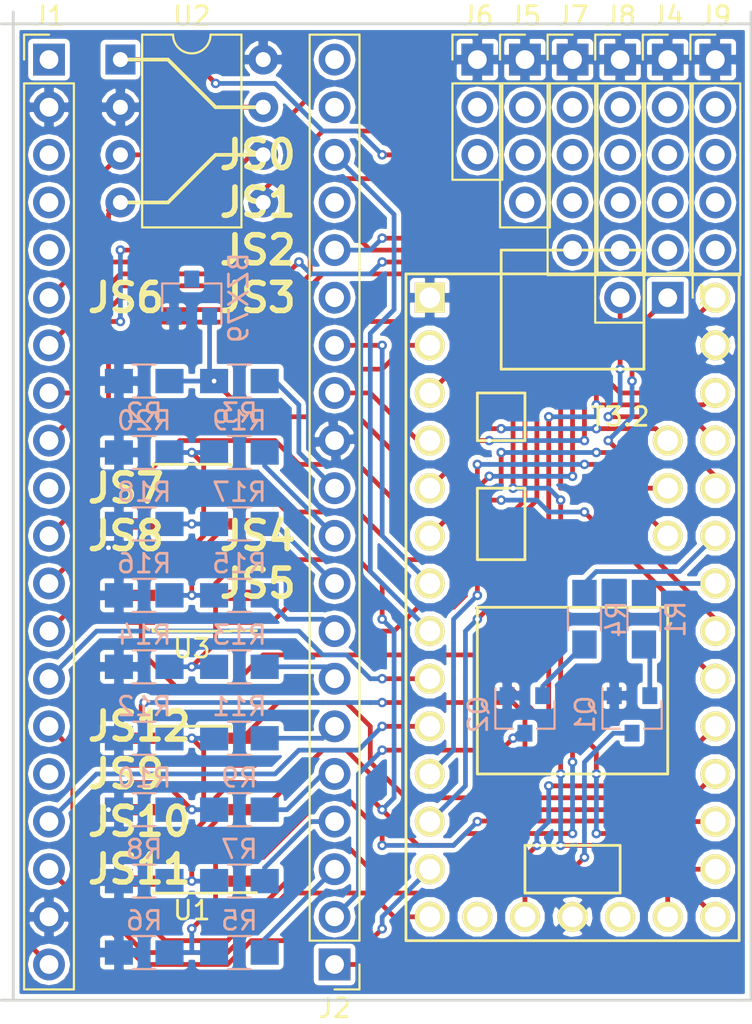
<source format=kicad_pcb>
(kicad_pcb (version 4) (host pcbnew 4.0.7)
  (layers (0 F.Cu signal) (31 B.Cu signal) (36 B.SilkS user hide) (37 F.SilkS user hide) (38 B.Mask user) (39 F.Mask user) (44 Edge.Cuts user))
  (net 0 "")
  (net 1 +3.3VA)
  (net 2 Earth)
  (net 3 "Net-(J1-Pad1)")
  (net 4 "Net-(J1-Pad3)")
  (net 5 "Net-(J1-Pad4)")
  (net 6 "Net-(J1-Pad5)")
  (net 7 CANH)
  (net 8 IGN1)
  (net 9 IGN2)
  (net 10 ECL)
  (net 11 JS7)
  (net 12 CANL)
  (net 13 TX)
  (net 14 RX)
  (net 15 IRQ0)
  (net 16 JS12)
  (net 17 +12V)
  (net 18 IRQ1)
  (net 19 JS11)
  (net 20 +5V)
  (net 21 "Net-(J2-Pad1)")
  (net 22 "Net-(J2-Pad2)")
  (net 23 AD0)
  (net 24 AD1)
  (net 25 AD2)
  (net 26 AD3)
  (net 27 AD4)
  (net 28 AD5)
  (net 29 AD6)
  (net 30 AD7)
  (net 31 "Net-(J2-Pad11)")
  (net 32 FP)
  (net 33 Idle)
  (net 34 JS3)
  (net 35 JS2)
  (net 36 JS1)
  (net 37 JS0)
  (net 38 "Net-(J2-Pad19)")
  (net 39 "Net-(J2-Pad20)")
  (net 40 "Net-(Q1-Pad2)")
  (net 41 "Net-(Q2-Pad2)")
  (net 42 INJ1)
  (net 43 INJ2)
  (net 44 "Net-(R5-Pad2)")
  (net 45 "Net-(R7-Pad2)")
  (net 46 "Net-(R10-Pad1)")
  (net 47 "Net-(R11-Pad2)")
  (net 48 "Net-(R13-Pad2)")
  (net 49 "Net-(R15-Pad2)")
  (net 50 "Net-(R17-Pad2)")
  (net 51 "Net-(R19-Pad2)")
  (net 52 A0)
  (net 53 +3V3)
  (net 54 A1)
  (net 55 A2)
  (net 56 A3)
  (net 57 "Net-(U2-Pad1)")
  (net 58 "Net-(U2-Pad4)")
  (net 59 A4)
  (net 60 A5)
  (net 61 A6)
  (net 62 A7)
  (net 63 "Net-(U4-Pad18)")
  (net 64 "Net-(U4-Pad15)")
  (net 65 INJ3)
  (net 66 INJ4)
  (net 67 "Net-(J4-Pad2)")
  (net 68 "Net-(J4-Pad3)")
  (net 69 "Net-(J4-Pad4)")
  (net 70 "Net-(J4-Pad5)")
  (net 71 "Net-(J5-Pad2)")
  (net 72 "Net-(J5-Pad3)")
  (net 73 "Net-(J5-Pad4)")
  (net 74 "Net-(J6-Pad2)")
  (net 75 "Net-(J6-Pad3)")
  (net 76 "Net-(J7-Pad2)")
  (net 77 "Net-(J7-Pad3)")
  (net 78 "Net-(J7-Pad4)")
  (net 79 "Net-(J7-Pad5)")
  (net 80 "Net-(J8-Pad2)")
  (net 81 "Net-(J8-Pad3)")
  (net 82 "Net-(J8-Pad4)")
  (net 83 "Net-(J8-Pad5)")
  (net 84 "Net-(J9-Pad2)")
  (net 85 "Net-(J9-Pad3)")
  (net 86 "Net-(J9-Pad4)")
  (net 87 "Net-(J9-Pad5)")
  (module teensy:Teensy32 (layer F.Cu) (at 177.8 97.79 270)
    (fp_text reference U4 (at 0 -10.16 270) (layer F.SilkS))
    (fp_text value Teensy3.2)
    (fp_text user T3.2 (at -10.16 -2.54 360) (layer F.SilkS))
    (pad 17 thru_hole circle (at 16.51 0 270) (size 1.6 1.6) (drill 1.1) (layers *.Cu *.Mask F.SilkS) (net 2 Earth))
    (pad 18 thru_hole circle (at 16.51 -2.54 270) (size 1.6 1.6) (drill 1.1) (layers *.Cu *.Mask F.SilkS) (net 63 "Net-(U4-Pad18)"))
    (pad 19 thru_hole circle (at 16.51 -5.08 270) (size 1.6 1.6) (drill 1.1) (layers *.Cu *.Mask F.SilkS) (net 62 A7))
    (pad 20 thru_hole circle (at 16.51 -7.62 270) (size 1.6 1.6) (drill 1.1) (layers *.Cu *.Mask F.SilkS) (net 10 ECL))
    (pad 16 thru_hole circle (at 16.51 2.54 270) (size 1.6 1.6) (drill 1.1) (layers *.Cu *.Mask F.SilkS) (net 53 +3V3))
    (pad 15 thru_hole circle (at 16.51 5.08 270) (size 1.6 1.6) (drill 1.1) (layers *.Cu *.Mask F.SilkS) (net 64 "Net-(U4-Pad15)"))
    (pad 14 thru_hole circle (at 16.51 7.62 270) (size 1.6 1.6) (drill 1.1) (layers *.Cu *.Mask F.SilkS) (net 16 JS12))
    (pad 21 thru_hole circle (at 13.97 -7.62 270) (size 1.6 1.6) (drill 1.1) (layers *.Cu *.Mask F.SilkS) (net 52 A0))
    (pad 22 thru_hole circle (at 11.43 -7.62 270) (size 1.6 1.6) (drill 1.1) (layers *.Cu *.Mask F.SilkS) (net 54 A1))
    (pad 23 thru_hole circle (at 8.89 -7.62 270) (size 1.6 1.6) (drill 1.1) (layers *.Cu *.Mask F.SilkS) (net 55 A2))
    (pad 24 thru_hole circle (at 6.35 -7.62 270) (size 1.6 1.6) (drill 1.1) (layers *.Cu *.Mask F.SilkS) (net 56 A3))
    (pad 25 thru_hole circle (at 3.81 -7.62 270) (size 1.6 1.6) (drill 1.1) (layers *.Cu *.Mask F.SilkS) (net 59 A4))
    (pad 26 thru_hole circle (at 1.27 -7.62 270) (size 1.6 1.6) (drill 1.1) (layers *.Cu *.Mask F.SilkS) (net 35 JS2))
    (pad 27 thru_hole circle (at -1.27 -7.62 270) (size 1.6 1.6) (drill 1.1) (layers *.Cu *.Mask F.SilkS) (net 42 INJ1))
    (pad 28 thru_hole circle (at -3.81 -7.62 270) (size 1.6 1.6) (drill 1.1) (layers *.Cu *.Mask F.SilkS) (net 43 INJ2))
    (pad 29 thru_hole circle (at -6.35 -7.62 270) (size 1.6 1.6) (drill 1.1) (layers *.Cu *.Mask F.SilkS) (net 65 INJ3))
    (pad 30 thru_hole circle (at -8.89 -7.62 270) (size 1.6 1.6) (drill 1.1) (layers *.Cu *.Mask F.SilkS) (net 66 INJ4))
    (pad 31 thru_hole circle (at -11.43 -7.62 270) (size 1.6 1.6) (drill 1.1) (layers *.Cu *.Mask F.SilkS) (net 53 +3V3))
    (pad 32 thru_hole circle (at -13.97 -7.62 270) (size 1.6 1.6) (drill 1.1) (layers *.Cu *.Mask F.SilkS) (net 2 Earth))
    (pad 33 thru_hole circle (at -16.51 -7.62 270) (size 1.6 1.6) (drill 1.1) (layers *.Cu *.Mask F.SilkS) (net 20 +5V))
    (pad 35 thru_hole circle (at -8.89 -5.08 270) (size 1.6 1.6) (drill 1.1) (layers *.Cu *.Mask F.SilkS) (net 1 +3.3VA))
    (pad 36 thru_hole circle (at -6.35 -5.08 270) (size 1.6 1.6) (drill 1.1) (layers *.Cu *.Mask F.SilkS) (net 60 A5))
    (pad 37 thru_hole circle (at -3.81 -5.08 270) (size 1.6 1.6) (drill 1.1) (layers *.Cu *.Mask F.SilkS) (net 61 A6))
    (pad 13 thru_hole circle (at 13.97 7.62 270) (size 1.6 1.6) (drill 1.1) (layers *.Cu *.Mask F.SilkS) (net 19 JS11))
    (pad 12 thru_hole circle (at 11.43 7.62 270) (size 1.6 1.6) (drill 1.1) (layers *.Cu *.Mask F.SilkS) (net 9 IGN2))
    (pad 11 thru_hole circle (at 8.89 7.62 270) (size 1.6 1.6) (drill 1.1) (layers *.Cu *.Mask F.SilkS) (net 8 IGN1))
    (pad 10 thru_hole circle (at 6.35 7.62 270) (size 1.6 1.6) (drill 1.1) (layers *.Cu *.Mask F.SilkS) (net 18 IRQ1))
    (pad 9 thru_hole circle (at 3.81 7.62 270) (size 1.6 1.6) (drill 1.1) (layers *.Cu *.Mask F.SilkS) (net 15 IRQ0))
    (pad 8 thru_hole circle (at 1.27 7.62 270) (size 1.6 1.6) (drill 1.1) (layers *.Cu *.Mask F.SilkS) (net 37 JS0))
    (pad 7 thru_hole circle (at -1.27 7.62 270) (size 1.6 1.6) (drill 1.1) (layers *.Cu *.Mask F.SilkS) (net 33 Idle))
    (pad 6 thru_hole circle (at -3.81 7.62 270) (size 1.6 1.6) (drill 1.1) (layers *.Cu *.Mask F.SilkS) (net 58 "Net-(U2-Pad4)"))
    (pad 5 thru_hole circle (at -6.35 7.62 270) (size 1.6 1.6) (drill 1.1) (layers *.Cu *.Mask F.SilkS) (net 57 "Net-(U2-Pad1)"))
    (pad 4 thru_hole circle (at -8.89 7.62 270) (size 1.6 1.6) (drill 1.1) (layers *.Cu *.Mask F.SilkS) (net 32 FP))
    (pad 3 thru_hole circle (at -11.43 7.62 270) (size 1.6 1.6) (drill 1.1) (layers *.Cu *.Mask F.SilkS) (net 13 TX))
    (pad 2 thru_hole circle (at -13.97 7.62 270) (size 1.6 1.6) (drill 1.1) (layers *.Cu *.Mask F.SilkS) (net 14 RX))
    (pad 1 thru_hole rect (at -16.51 7.62 270) (size 1.6 1.6) (drill 1.1) (layers *.Cu *.Mask F.SilkS) (net 2 Earth))
  )
  (module Housings_SOIC:SOIC-14_3.9x8.7mm_Pitch1.27mm (layer F.Cu) (at 157.48 108.585 180)
    (fp_text reference U1 (at 0 -5.375 180) (layer F.SilkS))
    (fp_text value LMV324)
    (pad 1 smd rect (at -2.7 -3.81 180) (size 1.5 0.6) (layers F.Cu F.Mask) (net 52 A0))
    (pad 2 smd rect (at -2.7 -2.54 180) (size 1.5 0.6) (layers F.Cu F.Mask) (net 52 A0))
    (pad 3 smd rect (at -2.7 -1.27 180) (size 1.5 0.6) (layers F.Cu F.Mask) (net 44 "Net-(R5-Pad2)"))
    (pad 4 smd rect (at -2.7 0 180) (size 1.5 0.6) (layers F.Cu F.Mask) (net 53 +3V3))
    (pad 5 smd rect (at -2.7 1.27 180) (size 1.5 0.6) (layers F.Cu F.Mask) (net 45 "Net-(R7-Pad2)"))
    (pad 6 smd rect (at -2.7 2.54 180) (size 1.5 0.6) (layers F.Cu F.Mask) (net 54 A1))
    (pad 7 smd rect (at -2.7 3.81 180) (size 1.5 0.6) (layers F.Cu F.Mask) (net 54 A1))
    (pad 8 smd rect (at 2.7 3.81 180) (size 1.5 0.6) (layers F.Cu F.Mask) (net 55 A2))
    (pad 9 smd rect (at 2.7 2.54 180) (size 1.5 0.6) (layers F.Cu F.Mask) (net 55 A2))
    (pad 10 smd rect (at 2.7 1.27 180) (size 1.5 0.6) (layers F.Cu F.Mask) (net 46 "Net-(R10-Pad1)"))
    (pad 11 smd rect (at 2.7 0 180) (size 1.5 0.6) (layers F.Cu F.Mask) (net 2 Earth))
    (pad 12 smd rect (at 2.7 -1.27 180) (size 1.5 0.6) (layers F.Cu F.Mask) (net 47 "Net-(R11-Pad2)"))
    (pad 13 smd rect (at 2.7 -2.54 180) (size 1.5 0.6) (layers F.Cu F.Mask) (net 56 A3))
    (pad 14 smd rect (at 2.7 -3.81 180) (size 1.5 0.6) (layers F.Cu F.Mask) (net 56 A3))
  )
  (module Housings_SOIC:SOIC-14_3.9x8.7mm_Pitch1.27mm (layer F.Cu) (at 157.48 94.615 180)
    (fp_text reference U3 (at 0 -5.375 180) (layer F.SilkS))
    (fp_text value LMV324)
    (pad 1 smd rect (at -2.7 -3.81 180) (size 1.5 0.6) (layers F.Cu F.Mask) (net 59 A4))
    (pad 2 smd rect (at -2.7 -2.54 180) (size 1.5 0.6) (layers F.Cu F.Mask) (net 59 A4))
    (pad 3 smd rect (at -2.7 -1.27 180) (size 1.5 0.6) (layers F.Cu F.Mask) (net 48 "Net-(R13-Pad2)"))
    (pad 4 smd rect (at -2.7 0 180) (size 1.5 0.6) (layers F.Cu F.Mask) (net 53 +3V3))
    (pad 5 smd rect (at -2.7 1.27 180) (size 1.5 0.6) (layers F.Cu F.Mask) (net 49 "Net-(R15-Pad2)"))
    (pad 6 smd rect (at -2.7 2.54 180) (size 1.5 0.6) (layers F.Cu F.Mask) (net 60 A5))
    (pad 7 smd rect (at -2.7 3.81 180) (size 1.5 0.6) (layers F.Cu F.Mask) (net 60 A5))
    (pad 8 smd rect (at 2.7 3.81 180) (size 1.5 0.6) (layers F.Cu F.Mask) (net 61 A6))
    (pad 9 smd rect (at 2.7 2.54 180) (size 1.5 0.6) (layers F.Cu F.Mask) (net 61 A6))
    (pad 10 smd rect (at 2.7 1.27 180) (size 1.5 0.6) (layers F.Cu F.Mask) (net 50 "Net-(R17-Pad2)"))
    (pad 11 smd rect (at 2.7 0 180) (size 1.5 0.6) (layers F.Cu F.Mask) (net 2 Earth))
    (pad 12 smd rect (at 2.7 -1.27 180) (size 1.5 0.6) (layers F.Cu F.Mask) (net 51 "Net-(R19-Pad2)"))
    (pad 13 smd rect (at 2.7 -2.54 180) (size 1.5 0.6) (layers F.Cu F.Mask) (net 62 A7))
    (pad 14 smd rect (at 2.7 -3.81 180) (size 1.5 0.6) (layers F.Cu F.Mask) (net 62 A7))
  )
  (module TO_SOT_Packages_SMD:SOT-23 (layer B.Cu) (at 157.48 81.28 90)
    (fp_text reference BZX79 (at 0 2.5 90) (layer B.SilkS) (effects (justify mirror)))
    (fp_text value D_Zener)
    (pad 1 smd rect (at -1 0.95 90) (size 0.9 0.8) (layers B.Cu B.Mask) (net 1 +3.3VA))
    (pad 2 smd rect (at -1 -0.95 90) (size 0.9 0.8) (layers B.Cu B.Mask) (net 2 Earth))
    (pad 3 smd rect (at 1 0 90) (size 0.9 0.8) (layers B.Cu B.Mask))
  )
  (module Socket_Strips:Socket_Strip_Straight_1x20_Pitch2.54mm (layer F.Cu) (at 149.86 68.58)
    (fp_text reference J1 (at 0 -2.33) (layer F.SilkS))
    (fp_text value Conn_01x20_Female)
    (pad 1 thru_hole rect (at 0 0) (size 1.7 1.7) (drill 1) (layers *.Cu *.Mask) (net 3 "Net-(J1-Pad1)"))
    (pad 2 thru_hole oval (at 0 2.54) (size 1.7 1.7) (drill 1) (layers *.Cu *.Mask) (net 2 Earth))
    (pad 3 thru_hole oval (at 0 5.08) (size 1.7 1.7) (drill 1) (layers *.Cu *.Mask) (net 4 "Net-(J1-Pad3)"))
    (pad 4 thru_hole oval (at 0 7.62) (size 1.7 1.7) (drill 1) (layers *.Cu *.Mask) (net 5 "Net-(J1-Pad4)"))
    (pad 5 thru_hole oval (at 0 10.16) (size 1.7 1.7) (drill 1) (layers *.Cu *.Mask) (net 6 "Net-(J1-Pad5)"))
    (pad 6 thru_hole oval (at 0 12.7) (size 1.7 1.7) (drill 1) (layers *.Cu *.Mask) (net 7 CANH))
    (pad 7 thru_hole oval (at 0 15.24) (size 1.7 1.7) (drill 1) (layers *.Cu *.Mask) (net 8 IGN1))
    (pad 8 thru_hole oval (at 0 17.78) (size 1.7 1.7) (drill 1) (layers *.Cu *.Mask) (net 9 IGN2))
    (pad 9 thru_hole oval (at 0 20.32) (size 1.7 1.7) (drill 1) (layers *.Cu *.Mask) (net 10 ECL))
    (pad 10 thru_hole oval (at 0 22.86) (size 1.7 1.7) (drill 1) (layers *.Cu *.Mask) (net 11 JS7))
    (pad 11 thru_hole oval (at 0 25.4) (size 1.7 1.7) (drill 1) (layers *.Cu *.Mask) (net 12 CANL))
    (pad 12 thru_hole oval (at 0 27.94) (size 1.7 1.7) (drill 1) (layers *.Cu *.Mask) (net 13 TX))
    (pad 13 thru_hole oval (at 0 30.48) (size 1.7 1.7) (drill 1) (layers *.Cu *.Mask) (net 14 RX))
    (pad 14 thru_hole oval (at 0 33.02) (size 1.7 1.7) (drill 1) (layers *.Cu *.Mask) (net 15 IRQ0))
    (pad 15 thru_hole oval (at 0 35.56) (size 1.7 1.7) (drill 1) (layers *.Cu *.Mask) (net 16 JS12))
    (pad 16 thru_hole oval (at 0 38.1) (size 1.7 1.7) (drill 1) (layers *.Cu *.Mask) (net 17 +12V))
    (pad 17 thru_hole oval (at 0 40.64) (size 1.7 1.7) (drill 1) (layers *.Cu *.Mask) (net 18 IRQ1))
    (pad 18 thru_hole oval (at 0 43.18) (size 1.7 1.7) (drill 1) (layers *.Cu *.Mask) (net 19 JS11))
    (pad 19 thru_hole oval (at 0 45.72) (size 1.7 1.7) (drill 1) (layers *.Cu *.Mask) (net 2 Earth))
    (pad 20 thru_hole oval (at 0 48.26) (size 1.7 1.7) (drill 1) (layers *.Cu *.Mask) (net 20 +5V))
  )
  (module Socket_Strips:Socket_Strip_Straight_1x20_Pitch2.54mm (layer F.Cu) (at 165.1 116.84 180)
    (fp_text reference J2 (at 0 -2.33 180) (layer F.SilkS))
    (fp_text value Conn_01x20_Female)
    (pad 1 thru_hole rect (at 0 0 180) (size 1.7 1.7) (drill 1) (layers *.Cu *.Mask) (net 21 "Net-(J2-Pad1)"))
    (pad 2 thru_hole oval (at 0 2.54 180) (size 1.7 1.7) (drill 1) (layers *.Cu *.Mask) (net 22 "Net-(J2-Pad2)"))
    (pad 3 thru_hole oval (at 0 5.08 180) (size 1.7 1.7) (drill 1) (layers *.Cu *.Mask) (net 23 AD0))
    (pad 4 thru_hole oval (at 0 7.62 180) (size 1.7 1.7) (drill 1) (layers *.Cu *.Mask) (net 24 AD1))
    (pad 5 thru_hole oval (at 0 10.16 180) (size 1.7 1.7) (drill 1) (layers *.Cu *.Mask) (net 25 AD2))
    (pad 6 thru_hole oval (at 0 12.7 180) (size 1.7 1.7) (drill 1) (layers *.Cu *.Mask) (net 26 AD3))
    (pad 7 thru_hole oval (at 0 15.24 180) (size 1.7 1.7) (drill 1) (layers *.Cu *.Mask) (net 27 AD4))
    (pad 8 thru_hole oval (at 0 17.78 180) (size 1.7 1.7) (drill 1) (layers *.Cu *.Mask) (net 28 AD5))
    (pad 9 thru_hole oval (at 0 20.32 180) (size 1.7 1.7) (drill 1) (layers *.Cu *.Mask) (net 29 AD6))
    (pad 10 thru_hole oval (at 0 22.86 180) (size 1.7 1.7) (drill 1) (layers *.Cu *.Mask) (net 30 AD7))
    (pad 11 thru_hole oval (at 0 25.4 180) (size 1.7 1.7) (drill 1) (layers *.Cu *.Mask) (net 31 "Net-(J2-Pad11)"))
    (pad 12 thru_hole oval (at 0 27.94 184.5) (size 1.7 1.7) (drill 1) (layers *.Cu *.Mask) (net 2 Earth))
    (pad 13 thru_hole oval (at 0 30.48 180) (size 1.7 1.7) (drill 1) (layers *.Cu *.Mask) (net 32 FP))
    (pad 14 thru_hole oval (at 0 33.02 180) (size 1.7 1.7) (drill 1) (layers *.Cu *.Mask) (net 33 Idle))
    (pad 15 thru_hole oval (at 0 35.56 180) (size 1.7 1.7) (drill 1) (layers *.Cu *.Mask) (net 34 JS3))
    (pad 16 thru_hole oval (at 0 38.1 180) (size 1.7 1.7) (drill 1) (layers *.Cu *.Mask) (net 35 JS2))
    (pad 17 thru_hole oval (at 0 40.64 180) (size 1.7 1.7) (drill 1) (layers *.Cu *.Mask) (net 36 JS1))
    (pad 18 thru_hole oval (at 0 43.18 180) (size 1.7 1.7) (drill 1) (layers *.Cu *.Mask) (net 37 JS0))
    (pad 19 thru_hole oval (at 0 45.72 180) (size 1.7 1.7) (drill 1) (layers *.Cu *.Mask) (net 38 "Net-(J2-Pad19)"))
    (pad 20 thru_hole oval (at 0 48.26 180) (size 1.7 1.7) (drill 1) (layers *.Cu *.Mask) (net 39 "Net-(J2-Pad20)"))
  )
  (module TO_SOT_Packages_SMD:SOT-23 (layer B.Cu) (at 180.975 103.505 270)
    (fp_text reference Q1 (at 0 2.5 270) (layer B.SilkS) (effects (justify mirror)))
    (fp_text value 2N2219)
    (pad 1 smd rect (at -1 0.95 270) (size 0.9 0.8) (layers B.Cu B.Mask) (net 2 Earth))
    (pad 2 smd rect (at -1 -0.95 270) (size 0.9 0.8) (layers B.Cu B.Mask) (net 40 "Net-(Q1-Pad2)"))
    (pad 3 smd rect (at 1 0 270) (size 0.9 0.8) (layers B.Cu B.Mask) (net 21 "Net-(J2-Pad1)"))
  )
  (module TO_SOT_Packages_SMD:SOT-23 (layer B.Cu) (at 175.26 103.505 270)
    (fp_text reference Q2 (at 0 2.5 270) (layer B.SilkS) (effects (justify mirror)))
    (fp_text value 2N2219)
    (pad 1 smd rect (at -1 0.95 270) (size 0.9 0.8) (layers B.Cu B.Mask) (net 2 Earth))
    (pad 2 smd rect (at -1 -0.95 270) (size 0.9 0.8) (layers B.Cu B.Mask) (net 41 "Net-(Q2-Pad2)"))
    (pad 3 smd rect (at 1 0 270) (size 0.9 0.8) (layers B.Cu B.Mask) (net 22 "Net-(J2-Pad2)"))
  )
  (module Resistors_SMD:R_0805_HandSoldering (layer B.Cu) (at 181.61 98.425 90)
    (fp_text reference R1 (at 0 1.7 90) (layer B.SilkS) (effects (justify mirror)))
    (fp_text value 1k)
    (pad 1 smd rect (at -1.35 0 90) (size 1.5 1.3) (layers B.Cu B.Mask) (net 40 "Net-(Q1-Pad2)"))
    (pad 2 smd rect (at 1.35 0 90) (size 1.5 1.3) (layers B.Cu B.Mask) (net 42 INJ1))
  )
  (module Resistors_SMD:R_0805_HandSoldering (layer B.Cu) (at 154.94 85.725)
    (fp_text reference R2 (at 0 1.7) (layer B.SilkS) (effects (justify mirror)))
    (fp_text value 330k)
    (pad 1 smd rect (at -1.35 0) (size 1.5 1.3) (layers B.Cu B.Mask) (net 2 Earth))
    (pad 2 smd rect (at 1.35 0) (size 1.5 1.3) (layers B.Cu B.Mask) (net 1 +3.3VA))
  )
  (module Resistors_SMD:R_0805_HandSoldering (layer B.Cu) (at 160.02 85.725)
    (fp_text reference R3 (at 0 1.7) (layer B.SilkS) (effects (justify mirror)))
    (fp_text value 180k)
    (pad 1 smd rect (at -1.35 0) (size 1.5 1.3) (layers B.Cu B.Mask) (net 1 +3.3VA))
    (pad 2 smd rect (at 1.35 0) (size 1.5 1.3) (layers B.Cu B.Mask) (net 31 "Net-(J2-Pad11)"))
  )
  (module Resistors_SMD:R_0805_HandSoldering (layer B.Cu) (at 178.435 98.425 90)
    (fp_text reference R4 (at 0 1.7 90) (layer B.SilkS) (effects (justify mirror)))
    (fp_text value 1k)
    (pad 1 smd rect (at -1.35 0 90) (size 1.5 1.3) (layers B.Cu B.Mask) (net 41 "Net-(Q2-Pad2)"))
    (pad 2 smd rect (at 1.35 0 90) (size 1.5 1.3) (layers B.Cu B.Mask) (net 43 INJ2))
  )
  (module Resistors_SMD:R_0805_HandSoldering (layer B.Cu) (at 160.02 116.205 180)
    (fp_text reference R5 (at 0 1.7 180) (layer B.SilkS) (effects (justify mirror)))
    (fp_text value 180k)
    (pad 1 smd rect (at -1.35 0 180) (size 1.5 1.3) (layers B.Cu B.Mask) (net 23 AD0))
    (pad 2 smd rect (at 1.35 0 180) (size 1.5 1.3) (layers B.Cu B.Mask) (net 44 "Net-(R5-Pad2)"))
  )
  (module Resistors_SMD:R_0805_HandSoldering (layer B.Cu) (at 154.94 116.205 180)
    (fp_text reference R6 (at 0 1.7 180) (layer B.SilkS) (effects (justify mirror)))
    (fp_text value 330k)
    (pad 1 smd rect (at -1.35 0 180) (size 1.5 1.3) (layers B.Cu B.Mask) (net 44 "Net-(R5-Pad2)"))
    (pad 2 smd rect (at 1.35 0 180) (size 1.5 1.3) (layers B.Cu B.Mask) (net 2 Earth))
  )
  (module Resistors_SMD:R_0805_HandSoldering (layer B.Cu) (at 160.02 112.395 180)
    (fp_text reference R7 (at 0 1.7 180) (layer B.SilkS) (effects (justify mirror)))
    (fp_text value 180k)
    (pad 1 smd rect (at -1.35 0 180) (size 1.5 1.3) (layers B.Cu B.Mask) (net 24 AD1))
    (pad 2 smd rect (at 1.35 0 180) (size 1.5 1.3) (layers B.Cu B.Mask) (net 45 "Net-(R7-Pad2)"))
  )
  (module Resistors_SMD:R_0805_HandSoldering (layer B.Cu) (at 154.94 112.395 180)
    (fp_text reference R8 (at 0 1.7 180) (layer B.SilkS) (effects (justify mirror)))
    (fp_text value 330k)
    (pad 1 smd rect (at -1.35 0 180) (size 1.5 1.3) (layers B.Cu B.Mask) (net 45 "Net-(R7-Pad2)"))
    (pad 2 smd rect (at 1.35 0 180) (size 1.5 1.3) (layers B.Cu B.Mask) (net 2 Earth))
  )
  (module Resistors_SMD:R_0805_HandSoldering (layer B.Cu) (at 160.02 108.585 180)
    (fp_text reference R9 (at 0 1.7 180) (layer B.SilkS) (effects (justify mirror)))
    (fp_text value 180k)
    (pad 1 smd rect (at -1.35 0 180) (size 1.5 1.3) (layers B.Cu B.Mask) (net 25 AD2))
    (pad 2 smd rect (at 1.35 0 180) (size 1.5 1.3) (layers B.Cu B.Mask) (net 46 "Net-(R10-Pad1)"))
  )
  (module Resistors_SMD:R_0805_HandSoldering (layer B.Cu) (at 154.94 108.585 180)
    (fp_text reference R10 (at 0 1.7 180) (layer B.SilkS) (effects (justify mirror)))
    (fp_text value 330k)
    (pad 1 smd rect (at -1.35 0 180) (size 1.5 1.3) (layers B.Cu B.Mask) (net 46 "Net-(R10-Pad1)"))
    (pad 2 smd rect (at 1.35 0 180) (size 1.5 1.3) (layers B.Cu B.Mask) (net 2 Earth))
  )
  (module Resistors_SMD:R_0805_HandSoldering (layer B.Cu) (at 160.02 104.775 180)
    (fp_text reference R11 (at 0 1.7 180) (layer B.SilkS) (effects (justify mirror)))
    (fp_text value 180k)
    (pad 1 smd rect (at -1.35 0 180) (size 1.5 1.3) (layers B.Cu B.Mask) (net 26 AD3))
    (pad 2 smd rect (at 1.35 0 180) (size 1.5 1.3) (layers B.Cu B.Mask) (net 47 "Net-(R11-Pad2)"))
  )
  (module Resistors_SMD:R_0805_HandSoldering (layer B.Cu) (at 154.94 104.775 180)
    (fp_text reference R12 (at 0 1.7 180) (layer B.SilkS) (effects (justify mirror)))
    (fp_text value 330k)
    (pad 1 smd rect (at -1.35 0 180) (size 1.5 1.3) (layers B.Cu B.Mask) (net 47 "Net-(R11-Pad2)"))
    (pad 2 smd rect (at 1.35 0 180) (size 1.5 1.3) (layers B.Cu B.Mask) (net 2 Earth))
  )
  (module Resistors_SMD:R_0805_HandSoldering (layer B.Cu) (at 160.02 100.965 180)
    (fp_text reference R13 (at 0 1.7 180) (layer B.SilkS) (effects (justify mirror)))
    (fp_text value 180k)
    (pad 1 smd rect (at -1.35 0 180) (size 1.5 1.3) (layers B.Cu B.Mask) (net 27 AD4))
    (pad 2 smd rect (at 1.35 0 180) (size 1.5 1.3) (layers B.Cu B.Mask) (net 48 "Net-(R13-Pad2)"))
  )
  (module Resistors_SMD:R_0805_HandSoldering (layer B.Cu) (at 154.94 100.965 180)
    (fp_text reference R14 (at 0 1.7 180) (layer B.SilkS) (effects (justify mirror)))
    (fp_text value 330k)
    (pad 1 smd rect (at -1.35 0 180) (size 1.5 1.3) (layers B.Cu B.Mask) (net 48 "Net-(R13-Pad2)"))
    (pad 2 smd rect (at 1.35 0 180) (size 1.5 1.3) (layers B.Cu B.Mask) (net 2 Earth))
  )
  (module Resistors_SMD:R_0805_HandSoldering (layer B.Cu) (at 160.02 97.155 180)
    (fp_text reference R15 (at 0 1.7 180) (layer B.SilkS) (effects (justify mirror)))
    (fp_text value 180k)
    (pad 1 smd rect (at -1.35 0 180) (size 1.5 1.3) (layers B.Cu B.Mask) (net 28 AD5))
    (pad 2 smd rect (at 1.35 0 180) (size 1.5 1.3) (layers B.Cu B.Mask) (net 49 "Net-(R15-Pad2)"))
  )
  (module Resistors_SMD:R_0805_HandSoldering (layer B.Cu) (at 154.94 97.155 180)
    (fp_text reference R16 (at 0 1.7 180) (layer B.SilkS) (effects (justify mirror)))
    (fp_text value 330k)
    (pad 1 smd rect (at -1.35 0 180) (size 1.5 1.3) (layers B.Cu B.Mask) (net 49 "Net-(R15-Pad2)"))
    (pad 2 smd rect (at 1.35 0 180) (size 1.5 1.3) (layers B.Cu B.Mask) (net 2 Earth))
  )
  (module Resistors_SMD:R_0805_HandSoldering (layer B.Cu) (at 160.02 93.345 180)
    (fp_text reference R17 (at 0 1.7 180) (layer B.SilkS) (effects (justify mirror)))
    (fp_text value 180k)
    (pad 1 smd rect (at -1.35 0 180) (size 1.5 1.3) (layers B.Cu B.Mask) (net 29 AD6))
    (pad 2 smd rect (at 1.35 0 180) (size 1.5 1.3) (layers B.Cu B.Mask) (net 50 "Net-(R17-Pad2)"))
  )
  (module Resistors_SMD:R_0805_HandSoldering (layer B.Cu) (at 154.94 93.345 180)
    (fp_text reference R18 (at 0 1.7 180) (layer B.SilkS) (effects (justify mirror)))
    (fp_text value 330k)
    (pad 1 smd rect (at -1.35 0 180) (size 1.5 1.3) (layers B.Cu B.Mask) (net 50 "Net-(R17-Pad2)"))
    (pad 2 smd rect (at 1.35 0 180) (size 1.5 1.3) (layers B.Cu B.Mask) (net 2 Earth))
  )
  (module Resistors_SMD:R_0805_HandSoldering (layer B.Cu) (at 160.02 89.535 180)
    (fp_text reference R19 (at 0 1.7 180) (layer B.SilkS) (effects (justify mirror)))
    (fp_text value 180k)
    (pad 1 smd rect (at -1.35 0 180) (size 1.5 1.3) (layers B.Cu B.Mask) (net 30 AD7))
    (pad 2 smd rect (at 1.35 0 180) (size 1.5 1.3) (layers B.Cu B.Mask) (net 51 "Net-(R19-Pad2)"))
  )
  (module Resistors_SMD:R_0805_HandSoldering (layer B.Cu) (at 154.94 89.535 180)
    (fp_text reference R20 (at 0 1.7 180) (layer B.SilkS) (effects (justify mirror)))
    (fp_text value 330k)
    (pad 1 smd rect (at -1.35 0 180) (size 1.5 1.3) (layers B.Cu B.Mask) (net 51 "Net-(R19-Pad2)"))
    (pad 2 smd rect (at 1.35 0 180) (size 1.5 1.3) (layers B.Cu B.Mask) (net 2 Earth))
  )
  (module Housings_DIP:DIP-8_W7.62mm (layer F.Cu) (at 153.67 68.58)
    (fp_text reference U2 (at 3.81 -2.33) (layer F.SilkS))
    (fp_text value MCP2562-E/P)
    (pad 1 thru_hole rect (at 0 0) (size 1.6 1.6) (drill 0.8) (layers *.Cu *.Mask) (net 57 "Net-(U2-Pad1)"))
    (pad 5 thru_hole oval (at 7.62 7.62) (size 1.6 1.6) (drill 0.8) (layers *.Cu *.Mask) (net 53 +3V3))
    (pad 2 thru_hole oval (at 0 2.54) (size 1.6 1.6) (drill 0.8) (layers *.Cu *.Mask) (net 2 Earth))
    (pad 6 thru_hole oval (at 7.62 5.08) (size 1.6 1.6) (drill 0.8) (layers *.Cu *.Mask) (net 12 CANL))
    (pad 3 thru_hole oval (at 0 5.08) (size 1.6 1.6) (drill 0.8) (layers *.Cu *.Mask) (net 20 +5V))
    (pad 7 thru_hole oval (at 7.62 2.54) (size 1.6 1.6) (drill 0.8) (layers *.Cu *.Mask) (net 7 CANH))
    (pad 4 thru_hole oval (at 0 7.62) (size 1.6 1.6) (drill 0.8) (layers *.Cu *.Mask) (net 58 "Net-(U2-Pad4)"))
    (pad 8 thru_hole oval (at 7.62 0) (size 1.6 1.6) (drill 0.8) (layers *.Cu *.Mask) (net 2 Earth))
  )
  (module Socket_Strips:Socket_Strip_Straight_1x02_Pitch2.54mm (layer F.Cu) (at 182.88 81.28 270)
    (fp_text reference J3 (at 0 -2.33 270) (layer F.SilkS))
    (fp_text value Conn_01x02_Female)
    (pad 1 thru_hole rect (at 0 0 270) (size 1.7 1.7) (drill 1) (layers *.Cu *.Mask) (net 65 INJ3))
    (pad 2 thru_hole oval (at 0 2.54 270) (size 1.7 1.7) (drill 1) (layers *.Cu *.Mask) (net 66 INJ4))
  )
  (module Pin_Headers:Pin_Header_Straight_1x05_Pitch2.54mm (layer F.Cu) (at 182.88 68.58)
    (fp_text reference J4 (at 0 -2.33) (layer F.SilkS))
    (fp_text value Conn_01x05_Male)
    (pad 1 thru_hole rect (at 0 0) (size 1.7 1.7) (drill 1) (layers *.Cu *.Mask) (net 2 Earth))
    (pad 2 thru_hole oval (at 0 2.54) (size 1.7 1.7) (drill 1) (layers *.Cu *.Mask) (net 67 "Net-(J4-Pad2)"))
    (pad 3 thru_hole oval (at 0 5.08) (size 1.7 1.7) (drill 1) (layers *.Cu *.Mask) (net 68 "Net-(J4-Pad3)"))
    (pad 4 thru_hole oval (at 0 7.62) (size 1.7 1.7) (drill 1) (layers *.Cu *.Mask) (net 69 "Net-(J4-Pad4)"))
    (pad 5 thru_hole oval (at 0 10.16) (size 1.7 1.7) (drill 1) (layers *.Cu *.Mask) (net 70 "Net-(J4-Pad5)"))
  )
  (module Pin_Headers:Pin_Header_Straight_1x04_Pitch2.54mm (layer F.Cu) (at 175.26 68.58)
    (fp_text reference J5 (at 0 -2.33) (layer F.SilkS))
    (fp_text value Conn_01x04_Male)
    (pad 1 thru_hole rect (at 0 0) (size 1.7 1.7) (drill 1) (layers *.Cu *.Mask) (net 2 Earth))
    (pad 2 thru_hole oval (at 0 2.54) (size 1.7 1.7) (drill 1) (layers *.Cu *.Mask) (net 71 "Net-(J5-Pad2)"))
    (pad 3 thru_hole oval (at 0 5.08) (size 1.7 1.7) (drill 1) (layers *.Cu *.Mask) (net 72 "Net-(J5-Pad3)"))
    (pad 4 thru_hole oval (at 0 7.62) (size 1.7 1.7) (drill 1) (layers *.Cu *.Mask) (net 73 "Net-(J5-Pad4)"))
  )
  (module Pin_Headers:Pin_Header_Straight_1x03_Pitch2.54mm (layer F.Cu) (at 172.72 68.58)
    (fp_text reference J6 (at 0 -2.33) (layer F.SilkS))
    (fp_text value Conn_01x03_Male)
    (pad 1 thru_hole rect (at 0 0) (size 1.7 1.7) (drill 1) (layers *.Cu *.Mask) (net 2 Earth))
    (pad 2 thru_hole oval (at 0 2.54) (size 1.7 1.7) (drill 1) (layers *.Cu *.Mask) (net 74 "Net-(J6-Pad2)"))
    (pad 3 thru_hole oval (at 0 5.08) (size 1.7 1.7) (drill 1) (layers *.Cu *.Mask) (net 75 "Net-(J6-Pad3)"))
  )
  (module Pin_Headers:Pin_Header_Straight_1x05_Pitch2.54mm (layer F.Cu) (at 177.8 68.58)
    (fp_text reference J7 (at 0 -2.33) (layer F.SilkS))
    (fp_text value Conn_01x05_Male)
    (pad 1 thru_hole rect (at 0 0) (size 1.7 1.7) (drill 1) (layers *.Cu *.Mask) (net 2 Earth))
    (pad 2 thru_hole oval (at 0 2.54) (size 1.7 1.7) (drill 1) (layers *.Cu *.Mask) (net 76 "Net-(J7-Pad2)"))
    (pad 3 thru_hole oval (at 0 5.08) (size 1.7 1.7) (drill 1) (layers *.Cu *.Mask) (net 77 "Net-(J7-Pad3)"))
    (pad 4 thru_hole oval (at 0 7.62) (size 1.7 1.7) (drill 1) (layers *.Cu *.Mask) (net 78 "Net-(J7-Pad4)"))
    (pad 5 thru_hole oval (at 0 10.16) (size 1.7 1.7) (drill 1) (layers *.Cu *.Mask) (net 79 "Net-(J7-Pad5)"))
  )
  (module Pin_Headers:Pin_Header_Straight_1x05_Pitch2.54mm (layer F.Cu) (at 180.34 68.58)
    (fp_text reference J8 (at 0 -2.33) (layer F.SilkS))
    (fp_text value Conn_01x05_Male)
    (pad 1 thru_hole rect (at 0 0) (size 1.7 1.7) (drill 1) (layers *.Cu *.Mask) (net 2 Earth))
    (pad 2 thru_hole oval (at 0 2.54) (size 1.7 1.7) (drill 1) (layers *.Cu *.Mask) (net 80 "Net-(J8-Pad2)"))
    (pad 3 thru_hole oval (at 0 5.08) (size 1.7 1.7) (drill 1) (layers *.Cu *.Mask) (net 81 "Net-(J8-Pad3)"))
    (pad 4 thru_hole oval (at 0 7.62) (size 1.7 1.7) (drill 1) (layers *.Cu *.Mask) (net 82 "Net-(J8-Pad4)"))
    (pad 5 thru_hole oval (at 0 10.16) (size 1.7 1.7) (drill 1) (layers *.Cu *.Mask) (net 83 "Net-(J8-Pad5)"))
  )
  (module Pin_Headers:Pin_Header_Straight_1x05_Pitch2.54mm (layer F.Cu) (at 185.42 68.58)
    (fp_text reference J9 (at 0 -2.33) (layer F.SilkS))
    (fp_text value Conn_01x05_Male)
    (pad 1 thru_hole rect (at 0 0) (size 1.7 1.7) (drill 1) (layers *.Cu *.Mask) (net 2 Earth))
    (pad 2 thru_hole oval (at 0 2.54) (size 1.7 1.7) (drill 1) (layers *.Cu *.Mask) (net 84 "Net-(J9-Pad2)"))
    (pad 3 thru_hole oval (at 0 5.08) (size 1.7 1.7) (drill 1) (layers *.Cu *.Mask) (net 85 "Net-(J9-Pad3)"))
    (pad 4 thru_hole oval (at 0 7.62) (size 1.7 1.7) (drill 1) (layers *.Cu *.Mask) (net 86 "Net-(J9-Pad4)"))
    (pad 5 thru_hole oval (at 0 10.16) (size 1.7 1.7) (drill 1) (layers *.Cu *.Mask) (net 87 "Net-(J9-Pad5)"))
  )
  (gr_line (start 158.75 73.66) (end 161.29 73.66) (angle 90) (layer F.SilkS) (width 0.2))
  (gr_line (start 156.21 76.2) (end 158.75 73.66) (angle 90) (layer F.SilkS) (width 0.2))
  (gr_line (start 153.67 76.2) (end 156.21 76.2) (angle 90) (layer F.SilkS) (width 0.2))
  (gr_line (start 158.75 71.12) (end 161.29 71.12) (angle 90) (layer F.SilkS) (width 0.2))
  (gr_line (start 156.21 68.58) (end 158.75 71.12) (angle 90) (layer F.SilkS) (width 0.2))
  (gr_line (start 153.67 68.58) (end 156.21 68.58) (angle 90) (layer F.SilkS) (width 0.2))
  (gr_text JS4 (at 163.195 93.98) (layer F.SilkS) (effects (font (size 1.5 1.5) (thickness 0.3)) (justify right)))
  (gr_text JS5 (at 163.195 96.52) (layer F.SilkS) (effects (font (size 1.5 1.5) (thickness 0.3)) (justify right)))
  (gr_text JS3 (at 163.195 81.28) (layer F.SilkS) (effects (font (size 1.5 1.5) (thickness 0.3)) (justify right)))
  (gr_text JS2 (at 163.195 78.74) (layer F.SilkS) (effects (font (size 1.5 1.5) (thickness 0.3)) (justify right)))
  (gr_text JS1 (at 163.195 76.2) (layer F.SilkS) (effects (font (size 1.5 1.5) (thickness 0.3)) (justify right)))
  (gr_text JS0 (at 163.195 73.66) (layer F.SilkS) (effects (font (size 1.5 1.5) (thickness 0.3)) (justify right)))
  (gr_text JS12 (at 151.765 104.14) (layer F.SilkS) (effects (font (size 1.5 1.5) (thickness 0.3)) (justify left)))
  (gr_text JS11 (at 151.765 111.76) (layer F.SilkS) (effects (font (size 1.5 1.5) (thickness 0.3)) (justify left)))
  (gr_text JS10 (at 151.765 109.22) (layer F.SilkS) (effects (font (size 1.5 1.5) (thickness 0.3)) (justify left)))
  (gr_text JS9 (at 151.765 106.68) (layer F.SilkS) (effects (font (size 1.5 1.5) (thickness 0.3)) (justify left)))
  (gr_text JS8 (at 151.765 93.98) (layer F.SilkS) (effects (font (size 1.5 1.5) (thickness 0.3)) (justify left)))
  (gr_text JS7 (at 151.765 91.44) (layer F.SilkS) (effects (font (size 1.5 1.5) (thickness 0.3)) (justify left)))
  (gr_text JS6 (at 151.765 81.28) (layer F.SilkS) (effects (font (size 1.5 1.5) (thickness 0.3)) (justify left)))
  (gr_line (start 187.325 118.745) (end 186.69 118.745) (angle 90) (layer Edge.Cuts) (width 0.15))
  (gr_line (start 187.325 86.995) (end 187.325 118.745) (angle 90) (layer Edge.Cuts) (width 0.15))
  (gr_line (start 187.325 66.675) (end 147.32 66.675) (angle 90) (layer Edge.Cuts) (width 0.15))
  (gr_line (start 187.325 86.36) (end 187.325 86.995) (angle 90) (layer Edge.Cuts) (width 0.15))
  (gr_line (start 147.955 118.745) (end 147.955 66.04) (angle 90) (layer Edge.Cuts) (width 0.15))
  (gr_line (start 187.325 66.04) (end 187.325 86.36) (angle 90) (layer Edge.Cuts) (width 0.15))
  (gr_line (start 186.69 118.745) (end 147.32 118.745) (angle 90) (layer Edge.Cuts) (width 0.15))
  (via (at 179.07 88.265) (size 0.508) (drill 0.254) (layers F.Cu B.Cu) (net 1))
  (segment (start 179.07 88.265) (end 179.705 88.265) (width 0.254) (layer F.Cu) (net 1))
  (segment (start 174.625 88.265) (end 173.99 88.265) (width 0.254) (layer B.Cu) (net 1))
  (via (at 173.99 88.265) (size 0.508) (drill 0.254) (layers F.Cu B.Cu) (net 1))
  (segment (start 173.355 88.265) (end 172.72 88.265) (width 0.254) (layer F.Cu) (net 1))
  (segment (start 173.355 88.265) (end 173.99 88.265) (width 0.254) (layer F.Cu) (net 1))
  (segment (start 160.655 87.63) (end 160.575 87.63) (width 0.254) (layer F.Cu) (net 1))
  (segment (start 160.575 87.63) (end 158.67 85.725) (width 0.254) (layer F.Cu) (net 1))
  (segment (start 165.735 87.63) (end 166.37 87.63) (width 0.254) (layer F.Cu) (net 1))
  (segment (start 166.37 87.63) (end 168.91 90.17) (width 0.254) (layer F.Cu) (net 1))
  (segment (start 168.91 90.17) (end 170.815 90.17) (width 0.254) (layer F.Cu) (net 1))
  (segment (start 160.655 87.63) (end 165.735 87.63) (width 0.254) (layer F.Cu) (net 1))
  (via (at 158.67 85.725) (size 0.508) (drill 0.254) (layers F.Cu B.Cu) (net 1))
  (segment (start 172.72 88.265) (end 170.815 90.17) (width 0.254) (layer F.Cu) (net 1))
  (segment (start 174.625 88.265) (end 179.07 88.265) (width 0.254) (layer B.Cu) (net 1))
  (segment (start 179.705 88.265) (end 182.245 88.265) (width 0.254) (layer F.Cu) (net 1))
  (segment (start 182.245 88.265) (end 182.88 88.9) (width 0.254) (layer F.Cu) (net 1))
  (segment (start 158.43 85.485) (end 158.67 85.725) (width 0.254) (layer B.Cu) (net 1))
  (segment (start 158.43 82.28) (end 158.43 85.485) (width 0.254) (layer B.Cu) (net 1))
  (segment (start 158.67 85.725) (end 156.29 85.725) (width 0.254) (layer B.Cu) (net 1))
  (segment (start 154.78 108.585) (end 153.035 108.585) (width 0.254) (layer F.Cu) (net 2))
  (segment (start 153.035 108.585) (end 153.59 108.585) (width 0.254) (layer B.Cu) (net 2))
  (via (at 153.035 108.585) (size 0.508) (drill 0.254) (layers F.Cu B.Cu) (net 2))
  (segment (start 154.78 94.615) (end 153.035 94.615) (width 0.254) (layer F.Cu) (net 2))
  (via (at 153.035 94.615) (size 0.508) (drill 0.254) (layers F.Cu B.Cu) (net 2))
  (segment (start 153.67 112.395) (end 153.035 112.395) (width 0.254) (layer B.Cu) (net 2))
  (segment (start 149.86 81.28) (end 151.765 79.375) (width 0.254) (layer F.Cu) (net 7))
  (segment (start 158.75 71.12) (end 161.29 71.12) (width 0.254) (layer F.Cu) (net 7))
  (segment (start 157.48 72.39) (end 158.75 71.12) (width 0.254) (layer F.Cu) (net 7))
  (segment (start 153.035 72.39) (end 157.48 72.39) (width 0.254) (layer F.Cu) (net 7))
  (segment (start 151.765 79.375) (end 151.765 73.66) (width 0.254) (layer F.Cu) (net 7))
  (segment (start 151.765 73.66) (end 153.035 72.39) (width 0.254) (layer F.Cu) (net 7))
  (segment (start 149.86 83.82) (end 153.67 80.01) (width 0.254) (layer F.Cu) (net 8))
  (segment (start 171.45 79.375) (end 175.26 83.185) (width 0.254) (layer F.Cu) (net 8))
  (segment (start 153.67 80.01) (end 157.48 80.01) (width 0.254) (layer F.Cu) (net 8))
  (segment (start 163.195 79.375) (end 162.56 80.01) (width 0.254) (layer F.Cu) (net 8))
  (segment (start 162.56 80.01) (end 157.48 80.01) (width 0.254) (layer F.Cu) (net 8))
  (segment (start 163.83 80.01) (end 163.195 79.375) (width 0.254) (layer B.Cu) (net 8))
  (via (at 163.195 79.375) (size 0.508) (drill 0.254) (layers F.Cu B.Cu) (net 8))
  (segment (start 175.26 92.075) (end 174.625 92.71) (width 0.254) (layer F.Cu) (net 8))
  (segment (start 175.26 83.185) (end 175.26 92.075) (width 0.254) (layer F.Cu) (net 8))
  (segment (start 171.45 99.695) (end 171.45 98.425) (width 0.254) (layer B.Cu) (net 8))
  (segment (start 171.45 105.41) (end 170.18 106.68) (width 0.254) (layer B.Cu) (net 8))
  (segment (start 171.45 105.41) (end 171.45 101.6) (width 0.254) (layer B.Cu) (net 8))
  (segment (start 171.45 101.6) (end 171.45 100.965) (width 0.254) (layer B.Cu) (net 8))
  (segment (start 174.625 92.71) (end 173.99 92.71) (width 0.254) (layer F.Cu) (net 8))
  (segment (start 173.355 92.71) (end 172.72 93.345) (width 0.254) (layer F.Cu) (net 8))
  (segment (start 172.72 93.345) (end 172.72 97.155) (width 0.254) (layer F.Cu) (net 8))
  (segment (start 173.99 92.71) (end 173.355 92.71) (width 0.254) (layer F.Cu) (net 8))
  (segment (start 171.45 100.965) (end 171.45 99.695) (width 0.254) (layer B.Cu) (net 8))
  (segment (start 171.45 98.425) (end 172.72 97.155) (width 0.254) (layer B.Cu) (net 8))
  (via (at 172.72 97.155) (size 0.508) (drill 0.254) (layers F.Cu B.Cu) (net 8))
  (segment (start 167.64 79.375) (end 171.45 79.375) (width 0.254) (layer F.Cu) (net 8))
  (segment (start 166.37 80.01) (end 164.465 80.01) (width 0.254) (layer B.Cu) (net 8))
  (segment (start 167.005 80.01) (end 167.64 79.375) (width 0.254) (layer B.Cu) (net 8))
  (segment (start 166.37 80.01) (end 167.005 80.01) (width 0.254) (layer B.Cu) (net 8))
  (via (at 167.64 79.375) (size 0.508) (drill 0.254) (layers F.Cu B.Cu) (net 8))
  (segment (start 164.465 80.01) (end 163.83 80.01) (width 0.254) (layer B.Cu) (net 8))
  (segment (start 153.67 80.645) (end 151.13 83.185) (width 0.254) (layer F.Cu) (net 9))
  (segment (start 149.86 86.36) (end 151.13 86.36) (width 0.254) (layer F.Cu) (net 9))
  (segment (start 163.79987 78.77013) (end 163.83 78.74) (width 0.254) (layer F.Cu) (net 9))
  (segment (start 163.79987 80.04013) (end 163.79987 78.77013) (width 0.254) (layer F.Cu) (net 9))
  (segment (start 163.195 80.645) (end 163.79987 80.04013) (width 0.254) (layer F.Cu) (net 9))
  (segment (start 175.895 92.075) (end 174.625 93.345) (width 0.254) (layer F.Cu) (net 9))
  (segment (start 175.895 83.24526) (end 175.895 92.075) (width 0.254) (layer F.Cu) (net 9))
  (segment (start 173.355 97.79) (end 172.72 98.425) (width 0.254) (layer F.Cu) (net 9))
  (via (at 172.72 98.425) (size 0.508) (drill 0.254) (layers F.Cu B.Cu) (net 9))
  (segment (start 172.085 99.06) (end 172.72 98.425) (width 0.254) (layer B.Cu) (net 9))
  (segment (start 171.45 107.95) (end 172.085 107.315) (width 0.254) (layer B.Cu) (net 9))
  (segment (start 170.18 109.22) (end 171.45 107.95) (width 0.254) (layer B.Cu) (net 9))
  (segment (start 172.085 107.315) (end 172.085 102.235) (width 0.254) (layer B.Cu) (net 9))
  (segment (start 172.085 101.6) (end 172.085 102.235) (width 0.254) (layer B.Cu) (net 9))
  (segment (start 172.085 101.6) (end 172.085 99.06) (width 0.254) (layer B.Cu) (net 9))
  (segment (start 173.355 97.79) (end 173.355 97.155) (width 0.254) (layer F.Cu) (net 9))
  (segment (start 174.625 93.345) (end 173.99 93.345) (width 0.254) (layer F.Cu) (net 9))
  (segment (start 173.355 93.345) (end 173.355 97.155) (width 0.254) (layer F.Cu) (net 9))
  (segment (start 173.99 93.345) (end 173.355 93.345) (width 0.254) (layer F.Cu) (net 9))
  (segment (start 163.83 78.105) (end 163.83 78.74) (width 0.254) (layer F.Cu) (net 9))
  (segment (start 168.275 78.74) (end 170.815 78.74) (width 0.254) (layer F.Cu) (net 9))
  (segment (start 167.005 78.74) (end 165.735 77.47) (width 0.254) (layer F.Cu) (net 9))
  (segment (start 165.735 77.47) (end 164.465 77.47) (width 0.254) (layer F.Cu) (net 9))
  (segment (start 168.275 78.74) (end 167.005 78.74) (width 0.254) (layer F.Cu) (net 9))
  (segment (start 164.465 77.47) (end 163.83 78.105) (width 0.254) (layer F.Cu) (net 9))
  (segment (start 163.195 80.645) (end 157.48 80.645) (width 0.254) (layer F.Cu) (net 9))
  (segment (start 151.13 83.185) (end 151.13 86.36) (width 0.254) (layer F.Cu) (net 9))
  (segment (start 157.48 80.645) (end 153.67 80.645) (width 0.254) (layer F.Cu) (net 9))
  (segment (start 172.05487 79.40513) (end 175.895 83.24526) (width 0.254) (layer F.Cu) (net 9))
  (segment (start 171.38974 78.74) (end 172.05487 79.40513) (width 0.254) (layer F.Cu) (net 9))
  (segment (start 170.815 78.74) (end 171.38974 78.74) (width 0.254) (layer F.Cu) (net 9))
  (segment (start 171.45 80.01) (end 174.625 83.185) (width 0.254) (layer F.Cu) (net 10))
  (segment (start 151.765 86.995) (end 151.765 83.185) (width 0.254) (layer F.Cu) (net 10))
  (segment (start 149.86 88.9) (end 151.13 87.63) (width 0.254) (layer F.Cu) (net 10))
  (segment (start 151.13 87.63) (end 151.765 86.995) (width 0.254) (layer F.Cu) (net 10))
  (segment (start 151.765 83.185) (end 153.67 81.28) (width 0.254) (layer F.Cu) (net 10))
  (segment (start 153.67 81.28) (end 157.48 81.28) (width 0.254) (layer F.Cu) (net 10))
  (segment (start 163.195 81.28) (end 157.48 81.28) (width 0.254) (layer F.Cu) (net 10))
  (segment (start 175.26 91.44) (end 176.53 91.44) (width 0.254) (layer B.Cu) (net 10))
  (segment (start 176.53 91.44) (end 177.165 92.075) (width 0.254) (layer B.Cu) (net 10))
  (segment (start 177.165 103.505) (end 177.8 104.14) (width 0.254) (layer F.Cu) (net 10))
  (segment (start 177.165 92.075) (end 177.165 103.505) (width 0.254) (layer F.Cu) (net 10))
  (via (at 177.165 92.075) (size 0.508) (drill 0.254) (layers F.Cu B.Cu) (net 10))
  (segment (start 175.26 91.44) (end 174.625 91.44) (width 0.254) (layer B.Cu) (net 10))
  (segment (start 174.625 91.44) (end 174.625 83.185) (width 0.254) (layer F.Cu) (net 10))
  (via (at 174.625 91.44) (size 0.508) (drill 0.254) (layers F.Cu B.Cu) (net 10))
  (segment (start 178.435 104.775) (end 179.07 105.41) (width 0.254) (layer F.Cu) (net 10))
  (segment (start 178.435 104.775) (end 177.8 104.14) (width 0.254) (layer F.Cu) (net 10))
  (via (at 179.07 109.855) (size 0.508) (drill 0.254) (layers F.Cu B.Cu) (net 10))
  (segment (start 179.07 105.41) (end 179.07 106.68) (width 0.254) (layer F.Cu) (net 10))
  (via (at 179.07 106.68) (size 0.508) (drill 0.254) (layers F.Cu B.Cu) (net 10))
  (segment (start 179.07 106.68) (end 179.07 109.855) (width 0.254) (layer B.Cu) (net 10))
  (segment (start 167.005 80.01) (end 171.45 80.01) (width 0.254) (layer F.Cu) (net 10))
  (segment (start 167.005 80.01) (end 164.465 80.01) (width 0.254) (layer F.Cu) (net 10))
  (segment (start 163.195 81.28) (end 164.465 80.01) (width 0.254) (layer F.Cu) (net 10))
  (segment (start 179.07 109.855) (end 179.705 109.855) (width 0.254) (layer F.Cu) (net 10))
  (segment (start 184.15 112.395) (end 184.15 113.03) (width 0.254) (layer F.Cu) (net 10))
  (segment (start 181.61 109.855) (end 184.15 112.395) (width 0.254) (layer F.Cu) (net 10))
  (segment (start 180.975 109.855) (end 179.705 109.855) (width 0.254) (layer F.Cu) (net 10))
  (segment (start 185.42 114.3) (end 184.15 113.03) (width 0.254) (layer F.Cu) (net 10))
  (segment (start 180.975 109.855) (end 181.61 109.855) (width 0.254) (layer F.Cu) (net 10))
  (via (at 179.07 109.855) (size 0.508) (drill 0.254) (layers F.Cu B.Cu) (net 10))
  (segment (start 153.67 78.74) (end 155.575 78.74) (width 0.254) (layer F.Cu) (net 12))
  (segment (start 151.13 90.805) (end 151.13 90.17) (width 0.254) (layer F.Cu) (net 12))
  (segment (start 151.13 90.805) (end 151.13 92.71) (width 0.254) (layer F.Cu) (net 12))
  (segment (start 149.86 93.98) (end 151.13 92.71) (width 0.254) (layer F.Cu) (net 12))
  (segment (start 152.4 86.995) (end 152.4 83.185) (width 0.254) (layer F.Cu) (net 12))
  (segment (start 151.13 88.265) (end 152.4 86.995) (width 0.254) (layer F.Cu) (net 12))
  (segment (start 151.13 90.17) (end 151.13 88.265) (width 0.254) (layer F.Cu) (net 12))
  (segment (start 152.4 83.185) (end 153.035 82.55) (width 0.254) (layer F.Cu) (net 12))
  (segment (start 153.035 82.55) (end 153.67 82.55) (width 0.254) (layer F.Cu) (net 12))
  (via (at 153.67 82.55) (size 0.508) (drill 0.254) (layers F.Cu B.Cu) (net 12))
  (segment (start 160.655 73.66) (end 161.29 73.66) (width 0.254) (layer F.Cu) (net 12))
  (segment (start 155.575 78.74) (end 160.02 74.295) (width 0.254) (layer F.Cu) (net 12))
  (via (at 153.67 78.74) (size 0.508) (drill 0.254) (layers F.Cu B.Cu) (net 12))
  (segment (start 153.67 79.375) (end 153.67 78.74) (width 0.254) (layer B.Cu) (net 12))
  (segment (start 153.67 82.55) (end 153.67 79.375) (width 0.254) (layer B.Cu) (net 12))
  (segment (start 160.02 74.295) (end 160.655 73.66) (width 0.254) (layer F.Cu) (net 12))
  (segment (start 153.035 84.455) (end 155.575 81.915) (width 0.254) (layer F.Cu) (net 13))
  (segment (start 163.83 81.915) (end 164.465 82.55) (width 0.254) (layer F.Cu) (net 13))
  (segment (start 155.575 81.915) (end 163.83 81.915) (width 0.254) (layer F.Cu) (net 13))
  (segment (start 151.765 88.265) (end 151.765 90.17) (width 0.254) (layer F.Cu) (net 13))
  (segment (start 153.035 86.995) (end 151.765 88.265) (width 0.254) (layer F.Cu) (net 13))
  (segment (start 151.765 90.805) (end 151.765 90.17) (width 0.254) (layer F.Cu) (net 13))
  (segment (start 151.765 90.805) (end 151.765 92.71) (width 0.254) (layer F.Cu) (net 13))
  (segment (start 151.765 94.615) (end 151.765 92.71) (width 0.254) (layer F.Cu) (net 13))
  (segment (start 149.86 96.52) (end 151.765 94.615) (width 0.254) (layer F.Cu) (net 13))
  (segment (start 153.035 86.995) (end 153.035 84.455) (width 0.254) (layer F.Cu) (net 13))
  (segment (start 170.815 82.55) (end 171.45 83.185) (width 0.254) (layer F.Cu) (net 13))
  (segment (start 168.91 82.55) (end 165.735 82.55) (width 0.254) (layer F.Cu) (net 13))
  (segment (start 170.18 86.36) (end 171.45 85.09) (width 0.254) (layer F.Cu) (net 13))
  (segment (start 171.45 85.09) (end 171.45 83.185) (width 0.254) (layer F.Cu) (net 13))
  (segment (start 170.815 82.55) (end 168.91 82.55) (width 0.254) (layer F.Cu) (net 13))
  (segment (start 164.465 82.55) (end 165.735 82.55) (width 0.254) (layer F.Cu) (net 13))
  (segment (start 153.67 84.455) (end 155.54487 82.58013) (width 0.254) (layer F.Cu) (net 14))
  (segment (start 161.95513 82.58013) (end 162.56 83.185) (width 0.254) (layer F.Cu) (net 14))
  (segment (start 155.54487 82.58013) (end 161.95513 82.58013) (width 0.254) (layer F.Cu) (net 14))
  (segment (start 153.67 86.995) (end 153.67 84.455) (width 0.254) (layer F.Cu) (net 14))
  (segment (start 152.4 90.17) (end 152.4 88.265) (width 0.254) (layer F.Cu) (net 14))
  (segment (start 152.4 88.265) (end 153.67 86.995) (width 0.254) (layer F.Cu) (net 14))
  (segment (start 152.4 90.805) (end 152.4 90.17) (width 0.254) (layer F.Cu) (net 14))
  (segment (start 152.4 92.71) (end 152.4 96.52) (width 0.254) (layer F.Cu) (net 14))
  (segment (start 152.4 96.52) (end 151.13 97.79) (width 0.254) (layer F.Cu) (net 14))
  (segment (start 152.4 92.71) (end 152.4 90.805) (width 0.254) (layer F.Cu) (net 14))
  (segment (start 149.86 99.06) (end 151.13 97.79) (width 0.254) (layer F.Cu) (net 14))
  (segment (start 162.56 83.185) (end 164.465 85.09) (width 0.254) (layer F.Cu) (net 14))
  (segment (start 168.275 84.455) (end 167.64 85.09) (width 0.254) (layer F.Cu) (net 14))
  (segment (start 168.275 84.455) (end 168.91 83.82) (width 0.254) (layer F.Cu) (net 14))
  (segment (start 168.91 83.82) (end 170.18 83.82) (width 0.254) (layer F.Cu) (net 14))
  (segment (start 164.465 85.09) (end 167.005 85.09) (width 0.254) (layer F.Cu) (net 14))
  (segment (start 167.005 85.09) (end 167.64 85.09) (width 0.254) (layer F.Cu) (net 14))
  (segment (start 151.765 99.695) (end 152.4 99.06) (width 0.254) (layer B.Cu) (net 15))
  (segment (start 164.465 100.33) (end 165.735 100.33) (width 0.254) (layer B.Cu) (net 15))
  (segment (start 149.86 101.6) (end 151.765 99.695) (width 0.254) (layer B.Cu) (net 15))
  (via (at 167.64 101.6) (size 0.508) (drill 0.254) (layers F.Cu B.Cu) (net 15))
  (segment (start 167.64 101.6) (end 167.005 101.6) (width 0.254) (layer B.Cu) (net 15))
  (segment (start 167.005 101.6) (end 165.735 100.33) (width 0.254) (layer B.Cu) (net 15))
  (segment (start 167.64 101.6) (end 170.18 101.6) (width 0.254) (layer F.Cu) (net 15))
  (segment (start 163.83 99.695) (end 164.465 100.33) (width 0.254) (layer B.Cu) (net 15))
  (segment (start 163.195 99.06) (end 163.83 99.695) (width 0.254) (layer B.Cu) (net 15))
  (segment (start 152.4 99.06) (end 163.195 99.06) (width 0.254) (layer B.Cu) (net 15))
  (segment (start 164.465 113.03) (end 162.56 113.03) (width 0.254) (layer F.Cu) (net 16))
  (segment (start 162.56 113.03) (end 159.385 116.205) (width 0.254) (layer F.Cu) (net 16))
  (segment (start 166.37 113.03) (end 167.005 113.03) (width 0.254) (layer F.Cu) (net 16))
  (segment (start 167.005 113.03) (end 168.275 114.3) (width 0.254) (layer F.Cu) (net 16))
  (segment (start 170.18 114.3) (end 168.275 114.3) (width 0.254) (layer F.Cu) (net 16))
  (segment (start 166.37 113.03) (end 164.465 113.03) (width 0.254) (layer F.Cu) (net 16))
  (segment (start 159.385 116.205) (end 154.94 116.205) (width 0.254) (layer F.Cu) (net 16))
  (segment (start 151.13 112.395) (end 154.94 116.205) (width 0.254) (layer F.Cu) (net 16))
  (segment (start 151.13 105.41) (end 151.13 112.395) (width 0.254) (layer F.Cu) (net 16))
  (segment (start 149.86 104.14) (end 151.13 105.41) (width 0.254) (layer F.Cu) (net 16))
  (segment (start 149.86 104.14) (end 149.86 104.775) (width 0.254) (layer F.Cu) (net 16))
  (segment (start 162.56 106.045) (end 163.195 105.41) (width 0.254) (layer B.Cu) (net 18))
  (segment (start 166.37 105.41) (end 163.83 105.41) (width 0.254) (layer B.Cu) (net 18))
  (segment (start 170.18 104.14) (end 168.275 104.14) (width 0.254) (layer F.Cu) (net 18))
  (segment (start 168.275 104.14) (end 167.64 104.14) (width 0.254) (layer F.Cu) (net 18))
  (segment (start 167.005 104.775) (end 166.37 105.41) (width 0.254) (layer B.Cu) (net 18))
  (via (at 167.64 104.14) (size 0.508) (drill 0.254) (layers F.Cu B.Cu) (net 18))
  (segment (start 167.005 104.775) (end 167.64 104.14) (width 0.254) (layer B.Cu) (net 18))
  (segment (start 152.4 106.68) (end 161.925 106.68) (width 0.254) (layer B.Cu) (net 18))
  (segment (start 161.925 106.68) (end 162.56 106.045) (width 0.254) (layer B.Cu) (net 18))
  (segment (start 151.765 107.315) (end 149.86 109.22) (width 0.254) (layer B.Cu) (net 18))
  (segment (start 151.765 107.315) (end 152.4 106.68) (width 0.254) (layer B.Cu) (net 18))
  (segment (start 163.195 105.41) (end 163.83 105.41) (width 0.254) (layer B.Cu) (net 18))
  (segment (start 162.56 115.57) (end 160.655 115.57) (width 0.254) (layer F.Cu) (net 19))
  (segment (start 160.655 115.57) (end 159.385 116.84) (width 0.254) (layer F.Cu) (net 19))
  (via (at 167.64 114.935) (size 0.508) (drill 0.254) (layers F.Cu B.Cu) (net 19))
  (segment (start 167.64 114.935) (end 167.005 115.57) (width 0.254) (layer F.Cu) (net 19))
  (segment (start 162.56 115.57) (end 167.005 115.57) (width 0.254) (layer F.Cu) (net 19))
  (segment (start 149.86 111.76) (end 154.94 116.84) (width 0.254) (layer F.Cu) (net 19))
  (segment (start 154.94 116.84) (end 159.385 116.84) (width 0.254) (layer F.Cu) (net 19))
  (segment (start 167.64 114.3) (end 170.18 111.76) (width 0.254) (layer B.Cu) (net 19))
  (segment (start 167.64 114.935) (end 167.64 114.3) (width 0.254) (layer B.Cu) (net 19))
  (segment (start 151.765 81.28) (end 152.4 80.645) (width 0.254) (layer F.Cu) (net 20))
  (segment (start 183.515 83.185) (end 185.42 81.28) (width 0.254) (layer F.Cu) (net 20))
  (segment (start 183.515 84.455) (end 183.515 83.185) (width 0.254) (layer F.Cu) (net 20))
  (segment (start 181.61 86.36) (end 183.515 84.455) (width 0.254) (layer F.Cu) (net 20))
  (segment (start 149.86 116.84) (end 148.59 115.57) (width 0.254) (layer F.Cu) (net 20))
  (segment (start 148.59 102.235) (end 148.59 92.71) (width 0.254) (layer F.Cu) (net 20))
  (segment (start 148.59 115.57) (end 148.59 102.235) (width 0.254) (layer F.Cu) (net 20))
  (segment (start 148.59 92.71) (end 148.59 83.185) (width 0.254) (layer F.Cu) (net 20))
  (segment (start 148.59 83.185) (end 149.225 82.55) (width 0.254) (layer F.Cu) (net 20))
  (segment (start 149.225 82.55) (end 150.495 82.55) (width 0.254) (layer F.Cu) (net 20))
  (segment (start 180.34 86.36) (end 181.61 86.36) (width 0.254) (layer F.Cu) (net 20))
  (segment (start 179.705 85.725) (end 180.34 86.36) (width 0.254) (layer F.Cu) (net 20))
  (segment (start 161.925 72.39) (end 164.465 69.85) (width 0.254) (layer F.Cu) (net 20))
  (segment (start 158.75 73.66) (end 160.02 72.39) (width 0.254) (layer F.Cu) (net 20))
  (segment (start 160.02 72.39) (end 161.925 72.39) (width 0.254) (layer F.Cu) (net 20))
  (segment (start 153.67 73.66) (end 158.75 73.66) (width 0.254) (layer F.Cu) (net 20))
  (segment (start 164.465 69.85) (end 165.735 69.85) (width 0.254) (layer F.Cu) (net 20))
  (segment (start 166.37 70.485) (end 179.705 83.82) (width 0.254) (layer F.Cu) (net 20))
  (segment (start 179.705 83.82) (end 179.705 85.725) (width 0.254) (layer F.Cu) (net 20))
  (segment (start 166.37 70.485) (end 165.735 69.85) (width 0.254) (layer F.Cu) (net 20))
  (segment (start 153.67 73.66) (end 152.4 74.93) (width 0.254) (layer F.Cu) (net 20))
  (segment (start 152.4 74.93) (end 152.4 80.645) (width 0.254) (layer F.Cu) (net 20))
  (segment (start 150.495 82.55) (end 151.765 81.28) (width 0.254) (layer F.Cu) (net 20))
  (segment (start 165.1 116.84) (end 165.735 116.205) (width 0.254) (layer F.Cu) (net 21))
  (segment (start 178.435 111.125) (end 176.53 113.03) (width 0.254) (layer F.Cu) (net 21))
  (segment (start 176.53 115.57) (end 175.26 116.84) (width 0.254) (layer F.Cu) (net 21))
  (segment (start 176.53 113.03) (end 176.53 115.57) (width 0.254) (layer F.Cu) (net 21))
  (segment (start 180.975 104.505) (end 179.975 104.505) (width 0.254) (layer B.Cu) (net 21))
  (via (at 178.435 111.125) (size 0.508) (drill 0.254) (layers F.Cu B.Cu) (net 21))
  (segment (start 178.435 106.045) (end 178.435 111.125) (width 0.254) (layer B.Cu) (net 21))
  (segment (start 179.975 104.505) (end 178.435 106.045) (width 0.254) (layer B.Cu) (net 21))
  (segment (start 165.1 116.84) (end 167.64 116.84) (width 0.254) (layer F.Cu) (net 21))
  (segment (start 167.64 116.84) (end 175.26 116.84) (width 0.254) (layer F.Cu) (net 21))
  (segment (start 180.975 104.505) (end 180.61 104.505) (width 0.254) (layer B.Cu) (net 21))
  (segment (start 174.895 104.505) (end 174.625 104.775) (width 0.254) (layer B.Cu) (net 22))
  (segment (start 174.625 104.775) (end 173.99 105.41) (width 0.254) (layer F.Cu) (net 22))
  (via (at 174.625 104.775) (size 0.508) (drill 0.254) (layers F.Cu B.Cu) (net 22))
  (segment (start 167.005 106.045) (end 166.37 106.68) (width 0.254) (layer B.Cu) (net 22))
  (segment (start 166.37 106.68) (end 166.37 113.03) (width 0.254) (layer B.Cu) (net 22))
  (segment (start 165.1 114.3) (end 166.37 113.03) (width 0.254) (layer B.Cu) (net 22))
  (segment (start 167.64 105.41) (end 167.005 106.045) (width 0.254) (layer B.Cu) (net 22))
  (via (at 167.64 105.41) (size 0.508) (drill 0.254) (layers F.Cu B.Cu) (net 22))
  (segment (start 173.99 105.41) (end 167.64 105.41) (width 0.254) (layer F.Cu) (net 22))
  (segment (start 161.37 116.205) (end 161.37 115.49) (width 0.254) (layer B.Cu) (net 23))
  (segment (start 161.37 115.49) (end 165.1 111.76) (width 0.254) (layer B.Cu) (net 23))
  (segment (start 165.1 111.76) (end 164.465 111.76) (width 0.254) (layer B.Cu) (net 23))
  (segment (start 161.37 112.395) (end 161.37 111.68) (width 0.254) (layer B.Cu) (net 24))
  (segment (start 163.83 109.22) (end 165.1 109.22) (width 0.254) (layer B.Cu) (net 24))
  (segment (start 161.37 111.68) (end 163.83 109.22) (width 0.254) (layer B.Cu) (net 24))
  (segment (start 165.1 106.68) (end 164.465 106.68) (width 0.254) (layer B.Cu) (net 25))
  (segment (start 164.465 106.68) (end 162.56 108.585) (width 0.254) (layer B.Cu) (net 25))
  (segment (start 162.56 108.585) (end 161.37 108.585) (width 0.254) (layer B.Cu) (net 25))
  (segment (start 163.195 104.775) (end 164.465 104.775) (width 0.254) (layer B.Cu) (net 26))
  (segment (start 161.37 104.775) (end 163.195 104.775) (width 0.254) (layer B.Cu) (net 26))
  (segment (start 164.465 104.775) (end 165.1 104.14) (width 0.254) (layer B.Cu) (net 26))
  (segment (start 165.1 100.965) (end 161.37 100.965) (width 0.254) (layer B.Cu) (net 27))
  (segment (start 165.1 99.06) (end 164.465 98.425) (width 0.254) (layer B.Cu) (net 28))
  (segment (start 162.56 98.425) (end 164.465 98.425) (width 0.254) (layer B.Cu) (net 28))
  (segment (start 161.37 97.235) (end 162.56 98.425) (width 0.254) (layer B.Cu) (net 28))
  (segment (start 161.37 97.155) (end 161.37 97.235) (width 0.254) (layer B.Cu) (net 28))
  (segment (start 161.37 93.345) (end 161.925 93.345) (width 0.254) (layer B.Cu) (net 29))
  (segment (start 161.925 93.345) (end 165.1 96.52) (width 0.254) (layer B.Cu) (net 29))
  (segment (start 161.37 89.535) (end 161.37 90.25) (width 0.254) (layer B.Cu) (net 30))
  (segment (start 161.37 90.25) (end 165.1 93.98) (width 0.254) (layer B.Cu) (net 30))
  (segment (start 161.37 89.535) (end 161.37 89.615) (width 0.254) (layer B.Cu) (net 30))
  (segment (start 163.195 86.995) (end 163.195 87.63) (width 0.254) (layer B.Cu) (net 31))
  (segment (start 165.1 91.44) (end 163.195 89.535) (width 0.254) (layer B.Cu) (net 31))
  (segment (start 163.195 87.63) (end 163.195 89.535) (width 0.254) (layer B.Cu) (net 31))
  (segment (start 163.195 86.995) (end 161.925 85.725) (width 0.254) (layer B.Cu) (net 31))
  (segment (start 161.37 85.725) (end 161.925 85.725) (width 0.254) (layer B.Cu) (net 31))
  (segment (start 166.37 86.36) (end 167.005 86.36) (width 0.254) (layer F.Cu) (net 32))
  (segment (start 167.005 86.36) (end 169.545 88.9) (width 0.254) (layer F.Cu) (net 32))
  (segment (start 169.545 88.9) (end 170.18 88.9) (width 0.254) (layer F.Cu) (net 32))
  (segment (start 165.1 86.36) (end 166.37 86.36) (width 0.254) (layer F.Cu) (net 32))
  (segment (start 170.18 96.52) (end 170.18 96.52) (width 0.254) (layer F.Cu) (net 33))
  (segment (start 167.64 90.805) (end 167.64 93.98) (width 0.254) (layer B.Cu) (net 33))
  (segment (start 170.18 96.52) (end 167.64 93.98) (width 0.254) (layer B.Cu) (net 33))
  (segment (start 165.1 83.82) (end 167.64 83.82) (width 0.254) (layer F.Cu) (net 33))
  (via (at 167.64 83.82) (size 0.508) (drill 0.254) (layers F.Cu B.Cu) (net 33))
  (segment (start 167.64 83.82) (end 167.64 90.805) (width 0.254) (layer B.Cu) (net 33))
  (segment (start 177.165 83.82) (end 177.165 91.44) (width 0.254) (layer F.Cu) (net 35))
  (segment (start 171.45 78.105) (end 177.165 83.82) (width 0.254) (layer F.Cu) (net 35))
  (segment (start 177.165 91.44) (end 177.8 91.44) (width 0.254) (layer F.Cu) (net 35))
  (segment (start 166.37 78.74) (end 167.005 78.74) (width 0.254) (layer B.Cu) (net 35))
  (segment (start 167.005 78.74) (end 167.64 78.105) (width 0.254) (layer B.Cu) (net 35))
  (segment (start 168.275 78.105) (end 167.64 78.105) (width 0.254) (layer F.Cu) (net 35))
  (segment (start 177.8 91.44) (end 178.435 91.44) (width 0.254) (layer F.Cu) (net 35))
  (segment (start 178.435 91.44) (end 185.42 98.425) (width 0.254) (layer F.Cu) (net 35))
  (segment (start 171.45 78.105) (end 168.91 78.105) (width 0.254) (layer F.Cu) (net 35))
  (segment (start 168.91 78.105) (end 168.275 78.105) (width 0.254) (layer F.Cu) (net 35))
  (via (at 167.64 78.105) (size 0.508) (drill 0.254) (layers F.Cu B.Cu) (net 35))
  (segment (start 165.1 78.74) (end 166.37 78.74) (width 0.254) (layer B.Cu) (net 35))
  (segment (start 165.735 78.74) (end 165.1 78.74) (width 0.254) (layer B.Cu) (net 35))
  (segment (start 185.42 98.425) (end 185.42 99.06) (width 0.254) (layer F.Cu) (net 35))
  (segment (start 185.42 99.06) (end 184.785 99.06) (width 0.254) (layer F.Cu) (net 35))
  (segment (start 167.64 82.55) (end 167.005 83.185) (width 0.254) (layer B.Cu) (net 37))
  (segment (start 168.275 80.645) (end 168.275 81.915) (width 0.254) (layer B.Cu) (net 37))
  (segment (start 167.64 82.55) (end 168.275 81.915) (width 0.254) (layer B.Cu) (net 37))
  (segment (start 167.005 90.805) (end 167.005 95.885) (width 0.254) (layer B.Cu) (net 37))
  (segment (start 167.005 90.17) (end 167.005 90.805) (width 0.254) (layer B.Cu) (net 37))
  (segment (start 167.64 96.52) (end 167.005 95.885) (width 0.254) (layer B.Cu) (net 37))
  (segment (start 170.18 99.06) (end 167.64 96.52) (width 0.254) (layer B.Cu) (net 37))
  (segment (start 167.005 83.185) (end 167.005 90.17) (width 0.254) (layer B.Cu) (net 37))
  (segment (start 165.1 73.66) (end 166.37 74.93) (width 0.254) (layer B.Cu) (net 37))
  (segment (start 167.64 76.2) (end 168.275 76.835) (width 0.254) (layer B.Cu) (net 37))
  (segment (start 168.275 76.835) (end 168.275 80.645) (width 0.254) (layer B.Cu) (net 37))
  (segment (start 167.64 76.2) (end 166.37 74.93) (width 0.254) (layer B.Cu) (net 37))
  (segment (start 181.925 102.505) (end 181.925 100.09) (width 0.254) (layer B.Cu) (net 40))
  (segment (start 181.925 100.09) (end 181.61 99.775) (width 0.254) (layer B.Cu) (net 40))
  (segment (start 176.21 102.505) (end 176.21 102) (width 0.254) (layer B.Cu) (net 41))
  (segment (start 176.21 102) (end 178.435 99.775) (width 0.254) (layer B.Cu) (net 41))
  (segment (start 185.42 96.52) (end 182.165 96.52) (width 0.254) (layer B.Cu) (net 42))
  (segment (start 182.165 96.52) (end 181.61 97.075) (width 0.254) (layer B.Cu) (net 42))
  (segment (start 178.435 97.075) (end 178.435 96.52) (width 0.254) (layer B.Cu) (net 43))
  (segment (start 183.515 95.885) (end 185.42 93.98) (width 0.254) (layer B.Cu) (net 43))
  (segment (start 179.07 95.885) (end 183.515 95.885) (width 0.254) (layer B.Cu) (net 43))
  (segment (start 178.435 96.52) (end 179.07 95.885) (width 0.254) (layer B.Cu) (net 43))
  (segment (start 157.48 116.205) (end 157.48 114.935) (width 0.254) (layer B.Cu) (net 44))
  (segment (start 159.385 109.855) (end 160.18 109.855) (width 0.254) (layer F.Cu) (net 44))
  (segment (start 158.75 110.49) (end 159.385 109.855) (width 0.254) (layer F.Cu) (net 44))
  (segment (start 158.75 113.665) (end 158.75 110.49) (width 0.254) (layer F.Cu) (net 44))
  (segment (start 157.48 114.935) (end 158.75 113.665) (width 0.254) (layer F.Cu) (net 44))
  (via (at 157.48 114.935) (size 0.508) (drill 0.254) (layers F.Cu B.Cu) (net 44))
  (segment (start 157.48 116.205) (end 156.29 116.205) (width 0.254) (layer B.Cu) (net 44))
  (segment (start 158.67 116.205) (end 157.48 116.205) (width 0.254) (layer B.Cu) (net 44))
  (segment (start 160.18 109.855) (end 160.655 109.855) (width 0.254) (layer F.Cu) (net 44))
  (via (at 157.48 112.395) (size 0.508) (drill 0.254) (layers F.Cu B.Cu) (net 45))
  (segment (start 160.18 107.315) (end 159.385 107.315) (width 0.254) (layer F.Cu) (net 45))
  (segment (start 158.75 107.95) (end 159.385 107.315) (width 0.254) (layer F.Cu) (net 45))
  (segment (start 158.75 109.22) (end 158.75 107.95) (width 0.254) (layer F.Cu) (net 45))
  (segment (start 157.48 110.49) (end 158.75 109.22) (width 0.254) (layer F.Cu) (net 45))
  (segment (start 157.48 110.49) (end 157.48 112.395) (width 0.254) (layer F.Cu) (net 45))
  (segment (start 156.29 112.395) (end 157.48 112.395) (width 0.254) (layer B.Cu) (net 45))
  (segment (start 157.48 112.395) (end 158.67 112.395) (width 0.254) (layer B.Cu) (net 45))
  (segment (start 154.78 107.315) (end 156.21 107.315) (width 0.254) (layer F.Cu) (net 46))
  (via (at 157.48 108.585) (size 0.508) (drill 0.254) (layers F.Cu B.Cu) (net 46))
  (segment (start 156.21 107.315) (end 157.48 108.585) (width 0.254) (layer F.Cu) (net 46))
  (segment (start 156.29 108.585) (end 157.48 108.585) (width 0.254) (layer B.Cu) (net 46))
  (segment (start 157.48 108.585) (end 158.67 108.585) (width 0.254) (layer B.Cu) (net 46))
  (via (at 157.48 104.775) (size 0.508) (drill 0.254) (layers F.Cu B.Cu) (net 47))
  (segment (start 154.78 109.855) (end 157.48 109.855) (width 0.254) (layer F.Cu) (net 47))
  (segment (start 158.115 109.22) (end 157.48 109.855) (width 0.254) (layer F.Cu) (net 47))
  (segment (start 158.115 105.41) (end 158.115 109.22) (width 0.254) (layer F.Cu) (net 47))
  (segment (start 158.115 105.41) (end 157.48 104.775) (width 0.254) (layer F.Cu) (net 47))
  (segment (start 158.67 104.775) (end 157.48 104.775) (width 0.254) (layer B.Cu) (net 47))
  (segment (start 157.48 104.775) (end 156.29 104.775) (width 0.254) (layer B.Cu) (net 47))
  (via (at 157.48 100.965) (size 0.508) (drill 0.254) (layers F.Cu B.Cu) (net 48))
  (segment (start 160.02 95.885) (end 159.385 95.885) (width 0.254) (layer F.Cu) (net 48))
  (segment (start 158.75 96.52) (end 159.385 95.885) (width 0.254) (layer F.Cu) (net 48))
  (segment (start 158.75 99.695) (end 158.75 96.52) (width 0.254) (layer F.Cu) (net 48))
  (segment (start 158.75 99.695) (end 157.48 100.965) (width 0.254) (layer F.Cu) (net 48))
  (segment (start 160.02 95.885) (end 160.18 95.885) (width 0.254) (layer F.Cu) (net 48))
  (segment (start 156.29 100.965) (end 157.48 100.965) (width 0.254) (layer B.Cu) (net 48))
  (segment (start 157.48 100.965) (end 158.67 100.965) (width 0.254) (layer B.Cu) (net 48))
  (via (at 157.48 97.155) (size 0.508) (drill 0.254) (layers F.Cu B.Cu) (net 49))
  (segment (start 160.18 93.345) (end 159.385 93.345) (width 0.254) (layer F.Cu) (net 49))
  (segment (start 157.48 95.25) (end 159.385 93.345) (width 0.254) (layer F.Cu) (net 49))
  (segment (start 157.48 95.25) (end 157.48 97.155) (width 0.254) (layer F.Cu) (net 49))
  (segment (start 156.29 97.155) (end 157.48 97.155) (width 0.254) (layer B.Cu) (net 49))
  (segment (start 157.48 97.155) (end 158.67 97.155) (width 0.254) (layer B.Cu) (net 49))
  (via (at 157.48 93.345) (size 0.508) (drill 0.254) (layers F.Cu B.Cu) (net 50))
  (segment (start 157.48 93.345) (end 154.78 93.345) (width 0.254) (layer F.Cu) (net 50))
  (segment (start 156.29 93.345) (end 157.48 93.345) (width 0.254) (layer B.Cu) (net 50))
  (segment (start 157.48 93.345) (end 158.67 93.345) (width 0.254) (layer B.Cu) (net 50))
  (via (at 157.48 89.535) (size 0.508) (drill 0.254) (layers F.Cu B.Cu) (net 51))
  (segment (start 154.78 95.885) (end 156.21 95.885) (width 0.254) (layer F.Cu) (net 51))
  (segment (start 158.115 93.98) (end 156.21 95.885) (width 0.254) (layer F.Cu) (net 51))
  (segment (start 158.115 90.17) (end 158.115 93.98) (width 0.254) (layer F.Cu) (net 51))
  (segment (start 158.115 90.17) (end 157.48 89.535) (width 0.254) (layer F.Cu) (net 51))
  (segment (start 156.29 89.535) (end 157.48 89.535) (width 0.254) (layer B.Cu) (net 51))
  (segment (start 157.48 89.535) (end 158.67 89.535) (width 0.254) (layer B.Cu) (net 51))
  (segment (start 160.18 111.125) (end 161.29 111.125) (width 0.254) (layer F.Cu) (net 52))
  (segment (start 184.15 111.76) (end 185.42 111.76) (width 0.254) (layer F.Cu) (net 52))
  (segment (start 181.57987 109.18987) (end 184.15 111.76) (width 0.254) (layer F.Cu) (net 52))
  (segment (start 172.75013 109.18987) (end 181.57987 109.18987) (width 0.254) (layer F.Cu) (net 52))
  (segment (start 172.72 109.22) (end 172.75013 109.18987) (width 0.254) (layer F.Cu) (net 52))
  (via (at 172.72 109.22) (size 0.508) (drill 0.254) (layers F.Cu B.Cu) (net 52))
  (segment (start 171.45 110.49) (end 172.72 109.22) (width 0.254) (layer B.Cu) (net 52))
  (segment (start 167.64 110.49) (end 171.45 110.49) (width 0.254) (layer B.Cu) (net 52))
  (via (at 167.64 110.49) (size 0.508) (drill 0.254) (layers F.Cu B.Cu) (net 52))
  (segment (start 167.64 109.855) (end 167.64 110.49) (width 0.254) (layer F.Cu) (net 52))
  (segment (start 165.735 107.95) (end 167.64 109.855) (width 0.254) (layer F.Cu) (net 52))
  (segment (start 164.465 107.95) (end 165.735 107.95) (width 0.254) (layer F.Cu) (net 52))
  (segment (start 161.29 111.125) (end 164.465 107.95) (width 0.254) (layer F.Cu) (net 52))
  (segment (start 160.18 112.395) (end 160.18 111.125) (width 0.254) (layer F.Cu) (net 52))
  (segment (start 160.18 111.125) (end 160.18 112.395) (width 0.254) (layer F.Cu) (net 52))
  (segment (start 185.38987 111.79013) (end 185.42 111.76) (width 0.254) (layer F.Cu) (net 52))
  (segment (start 167.64 72.39) (end 179.07 83.82) (width 0.254) (layer F.Cu) (net 53))
  (segment (start 161.29 76.2) (end 161.29 75.565) (width 0.254) (layer F.Cu) (net 53))
  (segment (start 167.005 72.39) (end 167.64 72.39) (width 0.254) (layer F.Cu) (net 53))
  (segment (start 161.29 75.565) (end 164.465 72.39) (width 0.254) (layer F.Cu) (net 53))
  (segment (start 164.465 72.39) (end 167.005 72.39) (width 0.254) (layer F.Cu) (net 53))
  (segment (start 179.07 83.82) (end 179.07 86.995) (width 0.254) (layer F.Cu) (net 53))
  (segment (start 179.705 86.995) (end 179.07 86.995) (width 0.254) (layer F.Cu) (net 53))
  (segment (start 185.42 86.36) (end 184.785 86.995) (width 0.254) (layer F.Cu) (net 53))
  (segment (start 184.785 86.995) (end 184.15 86.995) (width 0.254) (layer F.Cu) (net 53))
  (segment (start 179.705 86.995) (end 184.15 86.995) (width 0.254) (layer F.Cu) (net 53))
  (segment (start 176.53 109.855) (end 177.8 109.855) (width 0.254) (layer F.Cu) (net 53))
  (via (at 177.8 109.855) (size 0.508) (drill 0.254) (layers F.Cu B.Cu) (net 53))
  (segment (start 177.8 106.045) (end 177.8 109.855) (width 0.254) (layer B.Cu) (net 53))
  (via (at 167.64 108.585) (size 0.508) (drill 0.254) (layers F.Cu B.Cu) (net 53))
  (segment (start 160.18 94.615) (end 161.925 94.615) (width 0.254) (layer F.Cu) (net 53))
  (segment (start 162.56 95.25) (end 161.925 94.615) (width 0.254) (layer F.Cu) (net 53))
  (segment (start 166.37 95.25) (end 162.56 95.25) (width 0.254) (layer F.Cu) (net 53))
  (segment (start 167.64 96.52) (end 166.37 95.25) (width 0.254) (layer F.Cu) (net 53))
  (segment (start 167.64 98.425) (end 167.64 96.52) (width 0.254) (layer F.Cu) (net 53))
  (via (at 167.64 98.425) (size 0.508) (drill 0.254) (layers F.Cu B.Cu) (net 53))
  (segment (start 168.275 99.06) (end 167.64 98.425) (width 0.254) (layer B.Cu) (net 53))
  (segment (start 168.275 107.95) (end 168.275 99.06) (width 0.254) (layer B.Cu) (net 53))
  (segment (start 168.275 107.95) (end 167.64 108.585) (width 0.254) (layer B.Cu) (net 53))
  (segment (start 168.91 109.855) (end 169.545 110.49) (width 0.254) (layer F.Cu) (net 53))
  (segment (start 172.085 109.855) (end 171.45 110.49) (width 0.254) (layer F.Cu) (net 53))
  (segment (start 171.45 110.49) (end 170.18 110.49) (width 0.254) (layer F.Cu) (net 53))
  (segment (start 168.91 109.855) (end 167.64 108.585) (width 0.254) (layer F.Cu) (net 53))
  (segment (start 176.53 109.855) (end 172.085 109.855) (width 0.254) (layer F.Cu) (net 53))
  (segment (start 169.545 110.49) (end 170.18 110.49) (width 0.254) (layer F.Cu) (net 53))
  (segment (start 161.29 108.585) (end 160.18 108.585) (width 0.254) (layer F.Cu) (net 53))
  (segment (start 167.64 108.585) (end 167.005 107.95) (width 0.254) (layer F.Cu) (net 53))
  (segment (start 167.005 107.95) (end 167.005 106.68) (width 0.254) (layer F.Cu) (net 53))
  (segment (start 167.005 106.68) (end 165.735 105.41) (width 0.254) (layer F.Cu) (net 53))
  (segment (start 165.735 105.41) (end 164.465 105.41) (width 0.254) (layer F.Cu) (net 53))
  (segment (start 164.465 105.41) (end 161.29 108.585) (width 0.254) (layer F.Cu) (net 53))
  (segment (start 176.53 111.125) (end 175.26 112.395) (width 0.254) (layer F.Cu) (net 53))
  (segment (start 176.53 109.855) (end 176.53 111.125) (width 0.254) (layer F.Cu) (net 53))
  (segment (start 175.26 112.395) (end 175.26 113.03) (width 0.254) (layer F.Cu) (net 53))
  (segment (start 175.26 114.3) (end 175.26 113.03) (width 0.254) (layer F.Cu) (net 53))
  (via (at 179.07 86.995) (size 0.508) (drill 0.254) (layers F.Cu B.Cu) (net 53))
  (segment (start 179.07 86.995) (end 179.07 87.63) (width 0.254) (layer B.Cu) (net 53))
  (segment (start 179.07 87.63) (end 178.435 87.63) (width 0.254) (layer B.Cu) (net 53))
  (segment (start 176.53 103.505) (end 177.165 104.14) (width 0.254) (layer F.Cu) (net 53))
  (segment (start 176.53 87.63) (end 176.53 103.505) (width 0.254) (layer F.Cu) (net 53))
  (via (at 176.53 87.63) (size 0.508) (drill 0.254) (layers F.Cu B.Cu) (net 53))
  (segment (start 177.8 104.775) (end 177.8 106.045) (width 0.254) (layer F.Cu) (net 53))
  (segment (start 177.8 104.775) (end 177.165 104.14) (width 0.254) (layer F.Cu) (net 53))
  (via (at 177.8 106.045) (size 0.508) (drill 0.254) (layers F.Cu B.Cu) (net 53))
  (segment (start 177.165 87.63) (end 178.435 87.63) (width 0.254) (layer B.Cu) (net 53))
  (segment (start 177.165 87.63) (end 176.53 87.63) (width 0.254) (layer B.Cu) (net 53))
  (segment (start 163.83 102.87) (end 162.085 102.87) (width 0.254) (layer F.Cu) (net 54))
  (segment (start 162.085 102.87) (end 160.18 104.775) (width 0.254) (layer F.Cu) (net 54))
  (segment (start 160.18 104.775) (end 160.18 106.045) (width 0.254) (layer F.Cu) (net 54))
  (segment (start 180.975 108.585) (end 181.61 108.585) (width 0.254) (layer F.Cu) (net 54))
  (segment (start 181.61 108.585) (end 182.245 109.22) (width 0.254) (layer F.Cu) (net 54))
  (segment (start 160.18 106.045) (end 160.655 106.045) (width 0.254) (layer F.Cu) (net 54))
  (segment (start 163.83 102.87) (end 164.465 102.87) (width 0.254) (layer F.Cu) (net 54))
  (segment (start 166.37 103.505) (end 167.005 104.14) (width 0.254) (layer F.Cu) (net 54))
  (segment (start 167.005 104.14) (end 167.005 106.045) (width 0.254) (layer F.Cu) (net 54))
  (segment (start 165.735 102.87) (end 166.37 103.505) (width 0.254) (layer F.Cu) (net 54))
  (segment (start 164.465 102.87) (end 165.735 102.87) (width 0.254) (layer F.Cu) (net 54))
  (segment (start 160.18 106.045) (end 160.18 105.885) (width 0.254) (layer F.Cu) (net 54))
  (segment (start 173.355 108.585) (end 172.72 108.585) (width 0.254) (layer F.Cu) (net 54))
  (segment (start 172.72 108.585) (end 172.085 107.95) (width 0.254) (layer F.Cu) (net 54))
  (segment (start 173.99 108.585) (end 173.355 108.585) (width 0.254) (layer F.Cu) (net 54))
  (segment (start 173.99 108.585) (end 180.975 108.585) (width 0.254) (layer F.Cu) (net 54))
  (segment (start 182.245 109.22) (end 185.42 109.22) (width 0.254) (layer F.Cu) (net 54))
  (segment (start 172.085 107.95) (end 168.91 107.95) (width 0.254) (layer F.Cu) (net 54))
  (segment (start 168.275 107.315) (end 168.91 107.95) (width 0.254) (layer F.Cu) (net 54))
  (segment (start 167.005 106.045) (end 168.275 107.315) (width 0.254) (layer F.Cu) (net 54))
  (segment (start 154.78 106.045) (end 154.78 104.775) (width 0.254) (layer F.Cu) (net 55))
  (segment (start 175.26 103.505) (end 175.26 106.045) (width 0.254) (layer F.Cu) (net 55))
  (segment (start 175.895 107.95) (end 176.53 107.95) (width 0.254) (layer F.Cu) (net 55))
  (segment (start 175.26 107.315) (end 175.895 107.95) (width 0.254) (layer F.Cu) (net 55))
  (segment (start 175.26 106.045) (end 175.26 107.315) (width 0.254) (layer F.Cu) (net 55))
  (segment (start 154.78 106.045) (end 154.78 103.03) (width 0.254) (layer F.Cu) (net 55))
  (segment (start 154.94 102.87) (end 164.465 102.87) (width 0.254) (layer B.Cu) (net 55))
  (via (at 154.94 102.87) (size 0.508) (drill 0.254) (layers F.Cu B.Cu) (net 55))
  (segment (start 154.78 103.03) (end 154.94 102.87) (width 0.254) (layer F.Cu) (net 55))
  (segment (start 173.355 102.87) (end 174.625 102.87) (width 0.254) (layer F.Cu) (net 55))
  (segment (start 176.53 107.95) (end 184.15 107.95) (width 0.254) (layer F.Cu) (net 55))
  (segment (start 184.15 107.95) (end 185.42 106.68) (width 0.254) (layer F.Cu) (net 55))
  (segment (start 164.465 102.87) (end 166.37 102.87) (width 0.254) (layer B.Cu) (net 55))
  (segment (start 166.37 102.87) (end 167.005 102.87) (width 0.254) (layer B.Cu) (net 55))
  (segment (start 168.275 102.87) (end 173.355 102.87) (width 0.254) (layer F.Cu) (net 55))
  (segment (start 167.005 102.87) (end 167.64 102.87) (width 0.254) (layer B.Cu) (net 55))
  (via (at 167.64 102.87) (size 0.508) (drill 0.254) (layers F.Cu B.Cu) (net 55))
  (segment (start 167.64 102.87) (end 168.275 102.87) (width 0.254) (layer F.Cu) (net 55))
  (segment (start 174.625 102.87) (end 175.26 103.505) (width 0.254) (layer F.Cu) (net 55))
  (segment (start 163.195 111.76) (end 159.385 115.57) (width 0.254) (layer F.Cu) (net 56))
  (segment (start 154.78 111.125) (end 154.78 112.395) (width 0.254) (layer F.Cu) (net 56))
  (segment (start 177.165 107.315) (end 176.53 107.315) (width 0.254) (layer F.Cu) (net 56))
  (segment (start 176.53 107.315) (end 176.53 109.22) (width 0.254) (layer B.Cu) (net 56))
  (via (at 176.53 107.315) (size 0.508) (drill 0.254) (layers F.Cu B.Cu) (net 56))
  (segment (start 163.195 111.76) (end 164.465 110.49) (width 0.254) (layer F.Cu) (net 56))
  (segment (start 165.735 110.49) (end 168.275 113.03) (width 0.254) (layer F.Cu) (net 56))
  (segment (start 164.465 110.49) (end 165.735 110.49) (width 0.254) (layer F.Cu) (net 56))
  (segment (start 154.78 113.665) (end 154.78 114.3) (width 0.254) (layer F.Cu) (net 56))
  (segment (start 154.78 114.3) (end 156.05 115.57) (width 0.254) (layer F.Cu) (net 56))
  (segment (start 156.05 115.57) (end 156.845 115.57) (width 0.254) (layer F.Cu) (net 56))
  (segment (start 159.385 115.57) (end 156.845 115.57) (width 0.254) (layer F.Cu) (net 56))
  (segment (start 156.845 115.57) (end 156.05 115.57) (width 0.254) (layer F.Cu) (net 56))
  (segment (start 168.275 113.03) (end 171.45 113.03) (width 0.254) (layer F.Cu) (net 56))
  (segment (start 171.45 113.03) (end 173.355 113.03) (width 0.254) (layer F.Cu) (net 56))
  (segment (start 173.355 113.03) (end 175.895 110.49) (width 0.254) (layer F.Cu) (net 56))
  (via (at 175.895 110.49) (size 0.508) (drill 0.254) (layers F.Cu B.Cu) (net 56))
  (segment (start 175.895 110.49) (end 175.895 109.855) (width 0.254) (layer B.Cu) (net 56))
  (segment (start 175.895 109.855) (end 176.53 109.22) (width 0.254) (layer B.Cu) (net 56))
  (segment (start 182.245 107.315) (end 185.42 104.14) (width 0.254) (layer F.Cu) (net 56))
  (segment (start 177.165 107.315) (end 182.245 107.315) (width 0.254) (layer F.Cu) (net 56))
  (segment (start 154.78 112.395) (end 154.78 113.665) (width 0.254) (layer F.Cu) (net 56))
  (segment (start 154.78 114.3) (end 154.78 113.03) (width 0.254) (layer F.Cu) (net 56))
  (segment (start 161.925 69.85) (end 164.465 72.39) (width 0.254) (layer B.Cu) (net 57))
  (segment (start 157.48 68.58) (end 158.75 69.85) (width 0.254) (layer F.Cu) (net 57))
  (segment (start 158.75 69.85) (end 161.925 69.85) (width 0.254) (layer B.Cu) (net 57))
  (via (at 158.75 69.85) (size 0.508) (drill 0.254) (layers F.Cu B.Cu) (net 57))
  (segment (start 153.67 68.58) (end 157.48 68.58) (width 0.254) (layer F.Cu) (net 57))
  (via (at 173.355 88.9) (size 0.508) (drill 0.254) (layers F.Cu B.Cu) (net 57))
  (segment (start 173.355 88.9) (end 172.72 88.9) (width 0.254) (layer F.Cu) (net 57))
  (segment (start 172.72 88.9) (end 170.18 91.44) (width 0.254) (layer F.Cu) (net 57))
  (segment (start 173.99 88.9) (end 173.355 88.9) (width 0.254) (layer B.Cu) (net 57))
  (segment (start 168.275 73.66) (end 178.435 83.82) (width 0.254) (layer F.Cu) (net 57))
  (segment (start 168.275 73.66) (end 167.64 73.66) (width 0.254) (layer F.Cu) (net 57))
  (via (at 167.64 73.66) (size 0.508) (drill 0.254) (layers F.Cu B.Cu) (net 57))
  (segment (start 178.435 83.82) (end 178.435 88.9) (width 0.254) (layer F.Cu) (net 57))
  (segment (start 173.99 88.9) (end 178.435 88.9) (width 0.254) (layer B.Cu) (net 57))
  (via (at 178.435 88.9) (size 0.508) (drill 0.254) (layers F.Cu B.Cu) (net 57))
  (segment (start 164.465 72.39) (end 166.37 72.39) (width 0.254) (layer B.Cu) (net 57))
  (segment (start 167.64 73.66) (end 166.37 72.39) (width 0.254) (layer B.Cu) (net 57))
  (segment (start 170.18 91.44) (end 170.815 91.44) (width 0.254) (layer F.Cu) (net 57))
  (segment (start 153.263598 76.606402) (end 153.035 76.835) (width 0.254) (layer F.Cu) (net 58))
  (segment (start 169.545 75.565) (end 177.8 83.82) (width 0.254) (layer F.Cu) (net 58))
  (segment (start 177.8 83.82) (end 177.8 90.805) (width 0.254) (layer F.Cu) (net 58))
  (via (at 177.8 90.805) (size 0.508) (drill 0.254) (layers F.Cu B.Cu) (net 58))
  (segment (start 173.99 90.805) (end 173.355 90.805) (width 0.254) (layer B.Cu) (net 58))
  (segment (start 172.72 91.44) (end 170.18 93.98) (width 0.254) (layer F.Cu) (net 58))
  (segment (start 173.99 90.805) (end 177.8 90.805) (width 0.254) (layer B.Cu) (net 58))
  (segment (start 172.72 91.44) (end 173.355 90.805) (width 0.254) (layer F.Cu) (net 58))
  (via (at 173.355 90.805) (size 0.508) (drill 0.254) (layers F.Cu B.Cu) (net 58))
  (segment (start 169.545 75.565) (end 168.91 74.93) (width 0.254) (layer F.Cu) (net 58))
  (segment (start 153.035 76.606402) (end 153.263598 76.606402) (width 0.254) (layer F.Cu) (net 58))
  (segment (start 153.441402 76.2) (end 153.035 76.606402) (width 0.254) (layer F.Cu) (net 58))
  (segment (start 153.67 76.2) (end 153.441402 76.2) (width 0.254) (layer F.Cu) (net 58))
  (segment (start 163.195 76.2) (end 164.465 74.93) (width 0.254) (layer F.Cu) (net 58))
  (segment (start 163.195 78.105) (end 163.195 76.2) (width 0.254) (layer F.Cu) (net 58))
  (segment (start 162.52987 78.77013) (end 163.195 78.105) (width 0.254) (layer F.Cu) (net 58))
  (segment (start 161.925 79.375) (end 162.52987 78.77013) (width 0.254) (layer F.Cu) (net 58))
  (segment (start 156.845 79.375) (end 161.925 79.375) (width 0.254) (layer F.Cu) (net 58))
  (segment (start 153.035 79.375) (end 156.845 79.375) (width 0.254) (layer F.Cu) (net 58))
  (segment (start 153.035 76.835) (end 153.035 79.375) (width 0.254) (layer F.Cu) (net 58))
  (segment (start 164.465 74.93) (end 168.91 74.93) (width 0.254) (layer F.Cu) (net 58))
  (segment (start 170.18 93.98) (end 170.815 93.98) (width 0.254) (layer F.Cu) (net 58))
  (segment (start 175.895 92.075) (end 176.53 92.71) (width 0.254) (layer B.Cu) (net 59))
  (segment (start 176.53 92.71) (end 177.165 92.71) (width 0.254) (layer B.Cu) (net 59))
  (segment (start 174.625 92.075) (end 173.99 92.075) (width 0.254) (layer B.Cu) (net 59))
  (via (at 173.99 92.075) (size 0.508) (drill 0.254) (layers F.Cu B.Cu) (net 59))
  (segment (start 163.83 97.79) (end 162.56 97.79) (width 0.254) (layer F.Cu) (net 59))
  (segment (start 168.275 99.06) (end 169.545 97.79) (width 0.254) (layer F.Cu) (net 59))
  (segment (start 171.45 97.79) (end 172.085 97.155) (width 0.254) (layer F.Cu) (net 59))
  (segment (start 169.545 97.79) (end 171.45 97.79) (width 0.254) (layer F.Cu) (net 59))
  (segment (start 172.085 93.98) (end 172.085 93.345) (width 0.254) (layer F.Cu) (net 59))
  (segment (start 173.355 92.075) (end 173.99 92.075) (width 0.254) (layer F.Cu) (net 59))
  (segment (start 172.085 93.345) (end 173.355 92.075) (width 0.254) (layer F.Cu) (net 59))
  (segment (start 172.085 97.155) (end 172.085 93.98) (width 0.254) (layer F.Cu) (net 59))
  (segment (start 167.005 99.06) (end 168.275 99.06) (width 0.254) (layer F.Cu) (net 59))
  (segment (start 164.465 97.79) (end 165.735 97.79) (width 0.254) (layer F.Cu) (net 59))
  (segment (start 164.465 97.79) (end 163.83 97.79) (width 0.254) (layer F.Cu) (net 59))
  (segment (start 165.735 97.79) (end 167.005 99.06) (width 0.254) (layer F.Cu) (net 59))
  (segment (start 160.18 98.425) (end 161.925 98.425) (width 0.254) (layer F.Cu) (net 59))
  (segment (start 162.56 97.79) (end 161.925 98.425) (width 0.254) (layer F.Cu) (net 59))
  (segment (start 160.18 97.155) (end 160.18 98.425) (width 0.254) (layer F.Cu) (net 59))
  (segment (start 184.15 100.33) (end 185.42 101.6) (width 0.254) (layer F.Cu) (net 59))
  (segment (start 177.165 92.71) (end 178.435 92.71) (width 0.254) (layer B.Cu) (net 59))
  (via (at 178.435 92.71) (size 0.508) (drill 0.254) (layers F.Cu B.Cu) (net 59))
  (segment (start 178.435 92.71) (end 184.15 98.425) (width 0.254) (layer F.Cu) (net 59))
  (segment (start 184.15 98.425) (end 184.15 100.33) (width 0.254) (layer F.Cu) (net 59))
  (segment (start 174.625 92.075) (end 175.895 92.075) (width 0.254) (layer B.Cu) (net 59))
  (segment (start 185.42 101.6) (end 185.42 101.6) (width 0.254) (layer F.Cu) (net 59))
  (segment (start 185.42 101.6) (end 185.42 101.6) (width 0.254) (layer F.Cu) (net 59))
  (segment (start 185.42 101.6) (end 185.42 101.6) (width 0.254) (layer F.Cu) (net 59))
  (via (at 179.07 89.535) (size 0.508) (drill 0.254) (layers F.Cu B.Cu) (net 60))
  (segment (start 179.07 89.535) (end 179.705 89.535) (width 0.254) (layer F.Cu) (net 60))
  (segment (start 173.99 91.44) (end 173.99 89.535) (width 0.254) (layer F.Cu) (net 60))
  (via (at 173.99 89.535) (size 0.508) (drill 0.254) (layers F.Cu B.Cu) (net 60))
  (segment (start 173.99 89.535) (end 174.625 89.535) (width 0.254) (layer B.Cu) (net 60))
  (segment (start 160.18 92.075) (end 161.925 92.075) (width 0.254) (layer F.Cu) (net 60))
  (segment (start 181.61 91.44) (end 182.88 91.44) (width 0.254) (layer F.Cu) (net 60))
  (segment (start 174.625 89.535) (end 179.07 89.535) (width 0.254) (layer B.Cu) (net 60))
  (segment (start 179.705 89.535) (end 181.61 91.44) (width 0.254) (layer F.Cu) (net 60))
  (segment (start 173.355 91.44) (end 173.99 91.44) (width 0.254) (layer F.Cu) (net 60))
  (segment (start 171.45 93.345) (end 173.355 91.44) (width 0.254) (layer F.Cu) (net 60))
  (segment (start 171.45 94.843598) (end 171.45 93.345) (width 0.254) (layer F.Cu) (net 60))
  (segment (start 171.043598 95.25) (end 171.45 94.843598) (width 0.254) (layer F.Cu) (net 60))
  (segment (start 168.91 95.25) (end 171.043598 95.25) (width 0.254) (layer F.Cu) (net 60))
  (segment (start 166.37 92.71) (end 168.91 95.25) (width 0.254) (layer F.Cu) (net 60))
  (segment (start 162.56 92.71) (end 166.37 92.71) (width 0.254) (layer F.Cu) (net 60))
  (segment (start 161.925 92.075) (end 162.56 92.71) (width 0.254) (layer F.Cu) (net 60))
  (segment (start 160.18 90.805) (end 160.18 92.075) (width 0.254) (layer F.Cu) (net 60))
  (via (at 178.435 90.17) (size 0.508) (drill 0.254) (layers F.Cu B.Cu) (net 61))
  (segment (start 178.435 90.17) (end 179.07 90.17) (width 0.254) (layer F.Cu) (net 61))
  (segment (start 173.355 90.17) (end 172.72 90.17) (width 0.254) (layer B.Cu) (net 61))
  (segment (start 172.72 90.17) (end 172.72 90.805) (width 0.254) (layer F.Cu) (net 61))
  (via (at 172.72 90.17) (size 0.508) (drill 0.254) (layers F.Cu B.Cu) (net 61))
  (segment (start 158.115 88.9) (end 161.925 88.9) (width 0.254) (layer F.Cu) (net 61))
  (segment (start 161.925 88.9) (end 163.195 90.17) (width 0.254) (layer F.Cu) (net 61))
  (segment (start 170.815 92.71) (end 172.72 90.805) (width 0.254) (layer F.Cu) (net 61))
  (segment (start 168.91 92.71) (end 170.815 92.71) (width 0.254) (layer F.Cu) (net 61))
  (segment (start 166.37 90.17) (end 168.91 92.71) (width 0.254) (layer F.Cu) (net 61))
  (segment (start 163.195 90.17) (end 166.37 90.17) (width 0.254) (layer F.Cu) (net 61))
  (segment (start 156.845 88.9) (end 158.115 88.9) (width 0.254) (layer F.Cu) (net 61))
  (segment (start 154.78 90.965) (end 156.845 88.9) (width 0.254) (layer F.Cu) (net 61))
  (segment (start 154.78 92.075) (end 154.78 90.965) (width 0.254) (layer F.Cu) (net 61))
  (segment (start 179.07 90.17) (end 182.88 93.98) (width 0.254) (layer F.Cu) (net 61))
  (segment (start 173.355 90.17) (end 178.435 90.17) (width 0.254) (layer B.Cu) (net 61))
  (segment (start 156.21 101.6) (end 156.845 102.235) (width 0.254) (layer F.Cu) (net 62))
  (segment (start 159.385 102.235) (end 160.02 101.6) (width 0.254) (layer F.Cu) (net 62))
  (segment (start 156.845 102.235) (end 159.385 102.235) (width 0.254) (layer F.Cu) (net 62))
  (segment (start 154.78 98.425) (end 154.78 100.17) (width 0.254) (layer F.Cu) (net 62))
  (segment (start 154.78 100.17) (end 156.21 101.6) (width 0.254) (layer F.Cu) (net 62))
  (segment (start 163.83 100.33) (end 161.29 100.33) (width 0.254) (layer F.Cu) (net 62))
  (segment (start 161.29 100.33) (end 160.02 101.6) (width 0.254) (layer F.Cu) (net 62))
  (segment (start 172.72 100.33) (end 176.53 104.14) (width 0.254) (layer F.Cu) (net 62))
  (segment (start 177.165 104.775) (end 177.165 106.68) (width 0.254) (layer F.Cu) (net 62))
  (segment (start 177.165 109.22) (end 177.165 110.49) (width 0.254) (layer B.Cu) (net 62))
  (via (at 177.165 110.49) (size 0.508) (drill 0.254) (layers F.Cu B.Cu) (net 62))
  (segment (start 181.67026 110.49) (end 182.88 111.69974) (width 0.254) (layer F.Cu) (net 62))
  (segment (start 179.07 110.49) (end 180.975 110.49) (width 0.254) (layer F.Cu) (net 62))
  (segment (start 180.975 110.49) (end 181.67026 110.49) (width 0.254) (layer F.Cu) (net 62))
  (segment (start 176.53 104.14) (end 177.165 104.775) (width 0.254) (layer F.Cu) (net 62))
  (segment (start 177.165 110.49) (end 179.07 110.49) (width 0.254) (layer F.Cu) (net 62))
  (via (at 177.165 106.68) (size 0.508) (drill 0.254) (layers F.Cu B.Cu) (net 62))
  (segment (start 177.165 106.68) (end 177.165 109.22) (width 0.254) (layer B.Cu) (net 62))
  (segment (start 167.64 100.33) (end 163.83 100.33) (width 0.254) (layer F.Cu) (net 62))
  (segment (start 167.64 100.33) (end 170.815 100.33) (width 0.254) (layer F.Cu) (net 62))
  (segment (start 170.815 100.33) (end 172.085 100.33) (width 0.254) (layer F.Cu) (net 62))
  (segment (start 172.085 100.33) (end 172.72 100.33) (width 0.254) (layer F.Cu) (net 62))
  (segment (start 154.78 97.155) (end 154.78 98.425) (width 0.254) (layer F.Cu) (net 62))
  (segment (start 182.88 111.69974) (end 182.88 114.3) (width 0.254) (layer F.Cu) (net 62))
  (segment (start 182.88 111.69974) (end 182.88 114.3) (width 0.254) (layer F.Cu) (net 62))
  (segment (start 182.88 81.28) (end 180.975 83.185) (width 0.254) (layer F.Cu) (net 65))
  (segment (start 181.61 90.17) (end 180.975 90.17) (width 0.254) (layer F.Cu) (net 65))
  (segment (start 184.785 90.17) (end 185.42 90.805) (width 0.254) (layer F.Cu) (net 65))
  (segment (start 182.245 90.17) (end 184.785 90.17) (width 0.254) (layer F.Cu) (net 65))
  (segment (start 181.61 90.17) (end 182.245 90.17) (width 0.254) (layer F.Cu) (net 65))
  (via (at 179.705 88.9) (size 0.508) (drill 0.254) (layers F.Cu B.Cu) (net 65))
  (segment (start 180.975 90.17) (end 179.705 88.9) (width 0.254) (layer F.Cu) (net 65))
  (segment (start 179.705 88.9) (end 180.975 87.63) (width 0.254) (layer B.Cu) (net 65))
  (via (at 180.975 85.725) (size 0.508) (drill 0.254) (layers F.Cu B.Cu) (net 65))
  (segment (start 180.975 85.725) (end 180.975 87.63) (width 0.254) (layer B.Cu) (net 65))
  (segment (start 180.975 83.185) (end 180.975 85.725) (width 0.254) (layer F.Cu) (net 65))
  (segment (start 185.42 90.805) (end 185.42 91.44) (width 0.254) (layer F.Cu) (net 65))
  (segment (start 180.34 83.185) (end 180.34 81.28) (width 0.254) (layer F.Cu) (net 66))
  (segment (start 180.34 86.995) (end 179.705 87.63) (width 0.254) (layer B.Cu) (net 66))
  (segment (start 179.705 87.63) (end 180.34 87.63) (width 0.254) (layer F.Cu) (net 66))
  (via (at 179.705 87.63) (size 0.508) (drill 0.254) (layers F.Cu B.Cu) (net 66))
  (segment (start 180.34 83.185) (end 180.34 85.09) (width 0.254) (layer F.Cu) (net 66))
  (segment (start 180.34 85.09) (end 180.34 86.995) (width 0.254) (layer B.Cu) (net 66))
  (via (at 180.34 85.09) (size 0.508) (drill 0.254) (layers F.Cu B.Cu) (net 66))
  (segment (start 180.34 87.63) (end 180.975 87.63) (width 0.254) (layer F.Cu) (net 66))
  (segment (start 180.975 87.63) (end 184.15 87.63) (width 0.254) (layer F.Cu) (net 66))
  (segment (start 184.15 87.63) (end 185.42 88.9) (width 0.254) (layer F.Cu) (net 66))
  (zone (net 2) (net_name Earth) (layer B.Cu) (connect_pads (clearance 0.254)) (min_thickness 0.1524) (fill yes (arc_segments 16) (thermal_gap 0.254) (thermal_bridge_width 0.508))
    (polygon (pts (xy 187.325 66.675) (xy 147.955 66.675) (xy 147.955 118.745) (xy 187.325 118.745)))
  )
)
</source>
